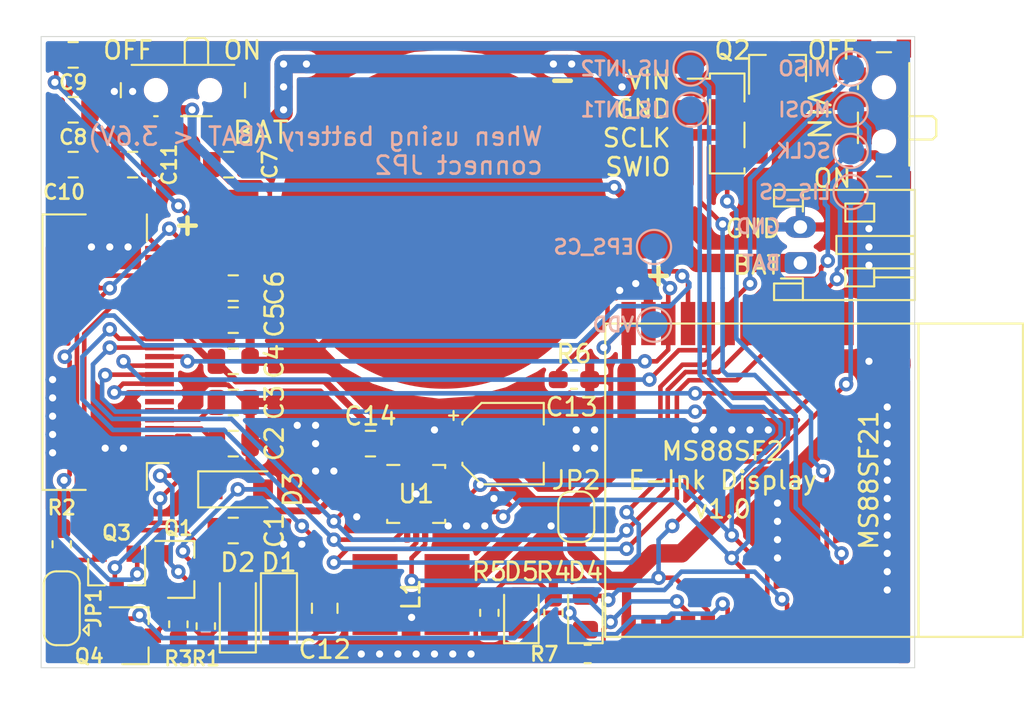
<source format=kicad_pcb>
(kicad_pcb (version 20171130) (host pcbnew "(5.1.6-0-10_14)")
  (layers (0 F.Cu signal) (31 B.Cu signal) (34 B.Paste user) (35 F.Paste user) (36 B.SilkS user) (37 F.SilkS user) (38 B.Mask user hide) (39 F.Mask user hide) (44 Edge.Cuts user))
  (net 0 "")
  (net 1 GND)
  (net 2 /VIN)
  (net 3 VDD)
  (net 4 "Net-(C2-Pad1)")
  (net 5 "Net-(C3-Pad1)")
  (net 6 "Net-(C5-Pad1)")
  (net 7 "Net-(C6-Pad1)")
  (net 8 "Net-(C7-Pad1)")
  (net 9 /PREVGH)
  (net 10 "Net-(C9-Pad1)")
  (net 11 /PREVGL)
  (net 12 "Net-(C11-Pad1)")
  (net 13 "Net-(C12-Pad2)")
  (net 14 "Net-(C12-Pad1)")
  (net 15 "Net-(D4-Pad2)")
  (net 16 "Net-(D4-Pad1)")
  (net 17 "Net-(J1-Pad1)")
  (net 18 /GDR)
  (net 19 /RESE)
  (net 20 "Net-(J1-Pad6)")
  (net 21 "Net-(J1-Pad7)")
  (net 22 /EPD_BUSY)
  (net 23 /EPD_RST)
  (net 24 /EPD_DC)
  (net 25 /EPD_CS)
  (net 26 /MOSI)
  (net 27 /SCLK)
  (net 28 /SWDIO)
  (net 29 /SWCLK)
  (net 30 "Net-(JP1-Pad3)")
  (net 31 "Net-(JP1-Pad1)")
  (net 32 /VDDH)
  (net 33 "Net-(MS88SF21-Pad28)")
  (net 34 "Net-(MS88SF21-Pad27)")
  (net 35 "Net-(MS88SF21-Pad24)")
  (net 36 "Net-(MS88SF21-Pad17)")
  (net 37 "Net-(MS88SF21-Pad16)")
  (net 38 "Net-(MS88SF21-Pad6)")
  (net 39 "Net-(MS88SF21-Pad3)")
  (net 40 "Net-(MS88SF21-Pad2)")
  (net 41 "Net-(Q2-Pad2)")
  (net 42 "Net-(SW1-Pad3)")
  (net 43 /LIS_INT1)
  (net 44 /LIS_INT2)
  (net 45 /LIS_CS)
  (net 46 /MISO)
  (net 47 "Net-(U1-Pad16)")
  (net 48 "Net-(U1-Pad15)")
  (net 49 "Net-(U1-Pad13)")
  (net 50 "Net-(U1-Pad3)")
  (net 51 "Net-(U1-Pad2)")
  (net 52 "Net-(D5-Pad2)")
  (net 53 "Net-(D5-Pad1)")
  (net 54 /BAT)
  (net 55 "Net-(SW2-Pad3)")
  (net 56 /RESE_CTL2)
  (net 57 /RESE_CTL1)
  (module jouni:FPC-24-0.50mm-top-contact (layer F.Cu) (at 129.54 98.044 270)
    (fp_text reference J1 hide)
    (fp_text value FPC24/0.5mm)
    (pad MP smd rect (at 7.8 0.4 270) (size 2.8 3) (layers F.Cu F.Paste F.Mask))
    (pad MP smd rect (at -7.8 0.4 270) (size 2.8 3) (layers F.Cu F.Paste F.Mask))
    (pad 1 smd rect (at 5.75 -2 270) (size 0.3 1.6) (layers F.Cu F.Paste F.Mask) (net 17 "Net-(J1-Pad1)"))
    (pad 2 smd rect (at 5.25 -2 270) (size 0.3 1.6) (layers F.Cu F.Paste F.Mask) (net 18 /GDR))
    (pad 3 smd rect (at 4.75 -2 270) (size 0.3 1.6) (layers F.Cu F.Paste F.Mask) (net 19 /RESE))
    (pad 4 smd rect (at 4.25 -2 270) (size 0.3 1.6) (layers F.Cu F.Paste F.Mask) (net 4 "Net-(C2-Pad1)"))
    (pad 5 smd rect (at 3.75 -2 270) (size 0.3 1.6) (layers F.Cu F.Paste F.Mask) (net 5 "Net-(C3-Pad1)"))
    (pad 6 smd rect (at 3.25 -2 270) (size 0.3 1.6) (layers F.Cu F.Paste F.Mask) (net 20 "Net-(J1-Pad6)"))
    (pad 7 smd rect (at 2.75 -2 270) (size 0.3 1.6) (layers F.Cu F.Paste F.Mask) (net 21 "Net-(J1-Pad7)"))
    (pad 8 smd rect (at 2.25 -2 270) (size 0.3 1.6) (layers F.Cu F.Paste F.Mask) (net 1 GND))
    (pad 9 smd rect (at 1.75 -2 270) (size 0.3 1.6) (layers F.Cu F.Paste F.Mask) (net 22 /EPD_BUSY))
    (pad 10 smd rect (at 1.25 -2 270) (size 0.3 1.6) (layers F.Cu F.Paste F.Mask) (net 23 /EPD_RST))
    (pad 11 smd rect (at 0.75 -2 270) (size 0.3 1.6) (layers F.Cu F.Paste F.Mask) (net 24 /EPD_DC))
    (pad 12 smd rect (at 0.25 -2 270) (size 0.3 1.6) (layers F.Cu F.Paste F.Mask) (net 25 /EPD_CS))
    (pad 14 smd rect (at -0.75 -2 270) (size 0.3 1.6) (layers F.Cu F.Paste F.Mask) (net 26 /MOSI))
    (pad 13 smd rect (at -0.25 -2 270) (size 0.3 1.6) (layers F.Cu F.Paste F.Mask) (net 27 /SCLK))
    (pad 15 smd rect (at -1.25 -2 270) (size 0.3 1.6) (layers F.Cu F.Paste F.Mask) (net 3 VDD))
    (pad 16 smd rect (at -1.75 -2 270) (size 0.3 1.6) (layers F.Cu F.Paste F.Mask) (net 3 VDD))
    (pad 17 smd rect (at -2.25 -2 270) (size 0.3 1.6) (layers F.Cu F.Paste F.Mask) (net 1 GND))
    (pad 18 smd rect (at -2.75 -2 270) (size 0.3 1.6) (layers F.Cu F.Paste F.Mask) (net 6 "Net-(C5-Pad1)"))
    (pad 19 smd rect (at -3.25 -2 270) (size 0.3 1.6) (layers F.Cu F.Paste F.Mask) (net 7 "Net-(C6-Pad1)"))
    (pad 20 smd rect (at -3.75 -2 270) (size 0.3 1.6) (layers F.Cu F.Paste F.Mask) (net 8 "Net-(C7-Pad1)"))
    (pad 21 smd rect (at -4.25 -2 270) (size 0.3 1.6) (layers F.Cu F.Paste F.Mask) (net 9 /PREVGH))
    (pad 22 smd rect (at -4.75 -2 270) (size 0.3 1.6) (layers F.Cu F.Paste F.Mask) (net 10 "Net-(C9-Pad1)"))
    (pad 23 smd rect (at -5.25 -2 270) (size 0.3 1.6) (layers F.Cu F.Paste F.Mask) (net 11 /PREVGL))
    (pad 24 smd rect (at -5.75 -2 270) (size 0.3 1.6) (layers F.Cu F.Paste F.Mask) (net 12 "Net-(C11-Pad1)"))
  )
  (module Resistor_SMD:R_0603_1608Metric (layer F.Cu) (at 132.588 113.157 90)
    (fp_text reference R3 (at -1.905 0 180) (layer F.SilkS) (effects (font (size 0.8 0.8))))
    (fp_text value 0.47R)
    (pad 2 smd roundrect (at 0.7875 0 90) (size 0.875 0.95) (layers F.Cu F.Paste F.Mask) (net 1 GND))
    (pad 1 smd roundrect (at -0.7875 0 90) (size 0.875 0.95) (layers F.Cu F.Paste F.Mask) (net 31 "Net-(JP1-Pad1)"))
  )
  (module Resistor_SMD:R_0603_1608Metric (layer F.Cu) (at 134.112 113.2585 270)
    (fp_text reference R1 (at 1.8035 0 180) (layer F.SilkS) (effects (font (size 0.8 0.8))))
    (fp_text value 10k)
    (pad 2 smd roundrect (at 0.7875 0 270) (size 0.875 0.95) (layers F.Cu F.Paste F.Mask) (net 1 GND))
    (pad 1 smd roundrect (at -0.7875 0 270) (size 0.875 0.95) (layers F.Cu F.Paste F.Mask) (net 18 /GDR))
  )
  (module Resistor_SMD:R_0603_1608Metric_Pad1.05x0.95mm_HandSolder (layer F.Cu) (at 155.321 114.808 180)
    (fp_text reference R7 (at 2.413 0) (layer F.SilkS) (effects (font (size 0.8 0.8))))
    (fp_text value 100k)
    (pad 2 smd roundrect (at 0.875 0 180) (size 1.05 0.95) (layers F.Cu F.Paste F.Mask) (net 1 GND))
    (pad 1 smd roundrect (at -0.875 0 180) (size 1.05 0.95) (layers F.Cu F.Paste F.Mask) (net 56 /RESE_CTL2))
  )
  (module Resistor_SMD:R_0603_1608Metric_Pad1.05x0.95mm_HandSolder (layer F.Cu) (at 154.559 99.568)
    (fp_text reference R6 (at 0 -1.43) (layer F.SilkS))
    (fp_text value 100k)
    (pad 2 smd roundrect (at 0.875 0) (size 1.05 0.95) (layers F.Cu F.Paste F.Mask) (net 1 GND))
    (pad 1 smd roundrect (at -0.875 0) (size 1.05 0.95) (layers F.Cu F.Paste F.Mask) (net 57 /RESE_CTL1))
  )
  (module Package_TO_SOT_SMD:SOT-23 (layer F.Cu) (at 130.175 113.792)
    (fp_text reference Q4 (at -2.54 1.143 180) (layer F.SilkS) (effects (font (size 0.8 0.8))))
    (fp_text value AO3400A)
    (pad 3 smd rect (at 1 0) (size 0.9 0.8) (layers F.Cu F.Paste F.Mask) (net 19 /RESE))
    (pad 2 smd rect (at -1 0.95) (size 0.9 0.8) (layers F.Cu F.Paste F.Mask) (net 31 "Net-(JP1-Pad1)"))
    (pad 1 smd rect (at -1 -0.95) (size 0.9 0.8) (layers F.Cu F.Paste F.Mask) (net 56 /RESE_CTL2))
  )
  (module Package_TO_SOT_SMD:SOT-23 (layer F.Cu) (at 129.159 110.236 270)
    (fp_text reference Q3 (at -2.159 0 180) (layer F.SilkS) (effects (font (size 0.8 0.8))))
    (fp_text value AO3400A)
    (pad 3 smd rect (at 1 0 270) (size 0.9 0.8) (layers F.Cu F.Paste F.Mask) (net 19 /RESE))
    (pad 2 smd rect (at -1 0.95 270) (size 0.9 0.8) (layers F.Cu F.Paste F.Mask) (net 30 "Net-(JP1-Pad3)"))
    (pad 1 smd rect (at -1 -0.95 270) (size 0.9 0.8) (layers F.Cu F.Paste F.Mask) (net 57 /RESE_CTL1))
  )
  (module Connector_PinSocket_1.27mm:PinSocket_1x04_P1.27mm_Vertical_SMD_Pin1Left (layer F.Cu) (at 163.068 85.344)
    (fp_text reference J3 hide)
    (fp_text value Conn_01x04)
    (pad 4 smd rect (at 1.35 1.905) (size 1.8 0.65) (layers F.Cu F.Paste F.Mask) (net 28 /SWDIO))
    (pad 2 smd rect (at 1.35 -0.635) (size 1.8 0.65) (layers F.Cu F.Paste F.Mask) (net 1 GND))
    (pad 3 smd rect (at -1.35 0.635) (size 1.8 0.65) (layers F.Cu F.Paste F.Mask) (net 29 /SWCLK))
    (pad 1 smd rect (at -1.35 -1.905) (size 1.8 0.65) (layers F.Cu F.Paste F.Mask) (net 2 /VIN))
  )
  (module Connector_JST:JST_PH_S2B-PH-K_1x02_P2.00mm_Horizontal (layer F.Cu) (at 167.132 93.091 90)
    (fp_text reference J2 hide)
    (fp_text value Conn_01x02)
    (pad 2 thru_hole oval (at 2 0 90) (size 1.2 1.75) (drill 0.75) (layers *.Cu *.Mask) (net 1 GND))
    (pad 1 thru_hole roundrect (at 0 0 90) (size 1.2 1.75) (drill 0.75) (layers *.Cu *.Mask) (roundrect_rratio 0.208333) (net 54 /BAT))
  )
  (module Button_Switch_SMD:SW_SPDT_PCM12 (layer F.Cu) (at 132.842 83.82 180)
    (fp_text reference SW2 hide)
    (fp_text value SW_SPDT)
    (pad "" smd rect (at -3.65 -0.78 180) (size 1 0.8) (layers F.Cu F.Paste F.Mask))
    (pad "" smd rect (at 3.65 -0.78 180) (size 1 0.8) (layers F.Cu F.Paste F.Mask))
    (pad "" smd rect (at 3.65 1.43 180) (size 1 0.8) (layers F.Cu F.Paste F.Mask))
    (pad "" smd rect (at -3.65 1.43 180) (size 1 0.8) (layers F.Cu F.Paste F.Mask))
    (pad 3 smd rect (at 2.25 -1.43 180) (size 0.7 1.5) (layers F.Cu F.Paste F.Mask) (net 55 "Net-(SW2-Pad3)"))
    (pad 2 smd rect (at 0.75 -1.43 180) (size 0.7 1.5) (layers F.Cu F.Paste F.Mask) (net 54 /BAT))
    (pad 1 smd rect (at -2.25 -1.43 180) (size 0.7 1.5) (layers F.Cu F.Paste F.Mask) (net 2 /VIN))
    (pad "" np_thru_hole circle (at 1.5 0.33 180) (size 0.9 0.9) (drill 0.9) (layers *.Cu *.Mask))
    (pad "" np_thru_hole circle (at -1.5 0.33 180) (size 0.9 0.9) (drill 0.9) (layers *.Cu *.Mask))
  )
  (module TestPoint:TestPoint_Pad_D1.5mm (layer B.Cu) (at 159.004 96.52)
    (fp_text reference TP8 hide)
    (fp_text value TestPoint)
    (pad 1 smd circle (at 0 0) (size 1.5 1.5) (layers B.Cu B.Mask) (net 3 VDD))
  )
  (module TestPoint:TestPoint_Pad_D1.5mm (layer B.Cu) (at 161.036 82.296)
    (fp_text reference TP7 hide)
    (fp_text value TestPoint)
    (pad 1 smd circle (at 0 0) (size 1.5 1.5) (layers B.Cu B.Mask) (net 44 /LIS_INT2))
  )
  (module TestPoint:TestPoint_Pad_D1.5mm (layer B.Cu) (at 161.036 84.582)
    (fp_text reference TP6 hide)
    (fp_text value TestPoint)
    (pad 1 smd circle (at 0 0) (size 1.5 1.5) (layers B.Cu B.Mask) (net 43 /LIS_INT1))
  )
  (module TestPoint:TestPoint_Pad_D1.5mm (layer B.Cu) (at 159.004 92.202)
    (fp_text reference TP5 hide)
    (fp_text value TestPoint)
    (pad 1 smd circle (at 0 0) (size 1.5 1.5) (layers B.Cu B.Mask) (net 25 /EPD_CS))
  )
  (module TestPoint:TestPoint_Pad_D1.5mm (layer B.Cu) (at 169.926 89.154)
    (fp_text reference TP4 hide)
    (fp_text value TestPoint)
    (pad 1 smd circle (at 0 0) (size 1.5 1.5) (layers B.Cu B.Mask) (net 45 /LIS_CS))
  )
  (module TestPoint:TestPoint_Pad_D1.5mm (layer B.Cu) (at 169.926 86.868)
    (fp_text reference TP3 hide)
    (fp_text value TestPoint)
    (pad 1 smd circle (at 0 0) (size 1.5 1.5) (layers B.Cu B.Mask) (net 27 /SCLK))
  )
  (module TestPoint:TestPoint_Pad_D1.5mm (layer B.Cu) (at 169.926 84.582)
    (fp_text reference TP2 hide)
    (fp_text value TestPoint)
    (pad 1 smd circle (at 0 0) (size 1.5 1.5) (layers B.Cu B.Mask) (net 26 /MOSI))
  )
  (module TestPoint:TestPoint_Pad_D1.5mm (layer B.Cu) (at 169.926 82.296)
    (fp_text reference TP1 hide)
    (fp_text value TestPoint)
    (pad 1 smd circle (at 0 0) (size 1.5 1.5) (layers B.Cu B.Mask) (net 46 /MISO))
  )
  (module Resistor_SMD:R_0603_1608Metric_Pad1.05x0.95mm_HandSolder (layer F.Cu) (at 149.86 112.522 90)
    (fp_text reference R5 (at 2.286 0 180) (layer F.SilkS))
    (fp_text value 10k)
    (pad 2 smd roundrect (at 0.875 0 90) (size 1.05 0.95) (layers F.Cu F.Paste F.Mask) (net 1 GND))
    (pad 1 smd roundrect (at -0.875 0 90) (size 1.05 0.95) (layers F.Cu F.Paste F.Mask) (net 53 "Net-(D5-Pad1)"))
  )
  (module LED_SMD:LED_0805_2012Metric (layer F.Cu) (at 151.638 112.522 90)
    (fp_text reference D5 (at 2.286 0 180) (layer F.SilkS))
    (fp_text value LED)
    (pad 2 smd roundrect (at 0.9375 0 90) (size 0.975 1.4) (layers F.Cu F.Paste F.Mask) (net 52 "Net-(D5-Pad2)"))
    (pad 1 smd roundrect (at -0.9375 0 90) (size 0.975 1.4) (layers F.Cu F.Paste F.Mask) (net 53 "Net-(D5-Pad1)"))
  )
  (module jouni:LGA-16_3x3mm_P0.5mm_3x5_hand_solder (layer F.Cu) (at 145.796 105.918)
    (fp_text reference U1 (at 0 0) (layer F.SilkS))
    (fp_text value LIS3DH)
    (pad 16 smd roundrect (at -0.5 -1.825) (size 0.35 1.75) (layers F.Cu F.Paste F.Mask) (net 47 "Net-(U1-Pad16)"))
    (pad 15 smd roundrect (at 0 -1.825) (size 0.35 1.75) (layers F.Cu F.Paste F.Mask) (net 48 "Net-(U1-Pad15)"))
    (pad 14 smd roundrect (at 0.5 -1.825) (size 0.35 1.75) (layers F.Cu F.Paste F.Mask) (net 3 VDD))
    (pad 13 smd roundrect (at 1.825 -1) (size 1.75 0.35) (layers F.Cu F.Paste F.Mask) (net 49 "Net-(U1-Pad13)"))
    (pad 12 smd roundrect (at 1.825 -0.5) (size 1.75 0.35) (layers F.Cu F.Paste F.Mask) (net 1 GND))
    (pad 11 smd roundrect (at 1.825 0) (size 1.75 0.35) (layers F.Cu F.Paste F.Mask) (net 43 /LIS_INT1))
    (pad 10 smd roundrect (at 1.825 0.5) (size 1.75 0.35) (layers F.Cu F.Paste F.Mask) (net 1 GND))
    (pad 9 smd roundrect (at 1.83 1) (size 1.75 0.35) (layers F.Cu F.Paste F.Mask) (net 44 /LIS_INT2))
    (pad 8 smd roundrect (at 0.5 1.825) (size 0.35 1.75) (layers F.Cu F.Paste F.Mask) (net 45 /LIS_CS))
    (pad 7 smd roundrect (at 0 1.825) (size 0.35 1.75) (layers F.Cu F.Paste F.Mask) (net 46 /MISO))
    (pad 6 smd roundrect (at -0.5 1.83) (size 0.35 1.75) (layers F.Cu F.Paste F.Mask) (net 26 /MOSI))
    (pad 5 smd roundrect (at -1.8 1) (size 1.75 0.35) (layers F.Cu F.Paste F.Mask) (net 1 GND))
    (pad 4 smd roundrect (at -1.8 0.5) (size 1.75 0.35) (layers F.Cu F.Paste F.Mask) (net 27 /SCLK))
    (pad 3 smd roundrect (at -1.8 0) (size 1.75 0.35) (layers F.Cu F.Paste F.Mask) (net 50 "Net-(U1-Pad3)"))
    (pad 2 smd roundrect (at -1.8 -0.5) (size 1.75 0.35) (layers F.Cu F.Paste F.Mask) (net 51 "Net-(U1-Pad2)"))
    (pad 1 smd roundrect (at -1.8 -1) (size 1.75 0.35) (layers F.Cu F.Paste F.Mask) (net 3 VDD))
  )
  (module Capacitor_SMD:C_0805_2012Metric (layer F.Cu) (at 143.256 103.124 180)
    (fp_text reference C14 (at 0 1.524) (layer F.SilkS))
    (fp_text value 100nF)
    (pad 2 smd roundrect (at 0.9375 0 180) (size 0.975 1.4) (layers F.Cu F.Paste F.Mask) (net 1 GND))
    (pad 1 smd roundrect (at -0.9375 0 180) (size 0.975 1.4) (layers F.Cu F.Paste F.Mask) (net 3 VDD))
  )
  (module Capacitor_SMD:CP_Elec_4x5.3 (layer F.Cu) (at 150.622 103.124)
    (fp_text reference C13 (at 3.81 -2.032) (layer F.SilkS))
    (fp_text value 10uF)
    (pad 2 smd roundrect (at 1.8 0) (size 2.6 1.6) (layers F.Cu F.Paste F.Mask) (roundrect_rratio 0.15625) (net 1 GND))
    (pad 1 smd roundrect (at -1.8 0) (size 2.6 1.6) (layers F.Cu F.Paste F.Mask) (roundrect_rratio 0.15625) (net 3 VDD))
  )
  (module Button_Switch_SMD:SW_SPDT_PCM12 (layer F.Cu) (at 171.45 84.836 90)
    (fp_text reference SW1 hide)
    (fp_text value SW_SPDT)
    (pad "" smd rect (at -3.65 -0.78 90) (size 1 0.8) (layers F.Cu F.Paste F.Mask))
    (pad "" smd rect (at 3.65 -0.78 90) (size 1 0.8) (layers F.Cu F.Paste F.Mask))
    (pad "" smd rect (at 3.65 1.43 90) (size 1 0.8) (layers F.Cu F.Paste F.Mask))
    (pad "" smd rect (at -3.65 1.43 90) (size 1 0.8) (layers F.Cu F.Paste F.Mask))
    (pad 3 smd rect (at 2.25 -1.43 90) (size 0.7 1.5) (layers F.Cu F.Paste F.Mask) (net 42 "Net-(SW1-Pad3)"))
    (pad 2 smd rect (at 0.75 -1.43 90) (size 0.7 1.5) (layers F.Cu F.Paste F.Mask) (net 41 "Net-(Q2-Pad2)"))
    (pad 1 smd rect (at -2.25 -1.43 90) (size 0.7 1.5) (layers F.Cu F.Paste F.Mask) (net 32 /VDDH))
    (pad "" np_thru_hole circle (at 1.5 0.33 90) (size 0.9 0.9) (drill 0.9) (layers *.Cu *.Mask))
    (pad "" np_thru_hole circle (at -1.5 0.33 90) (size 0.9 0.9) (drill 0.9) (layers *.Cu *.Mask))
  )
  (module Resistor_SMD:R_0603_1608Metric_Pad1.05x0.95mm_HandSolder (layer F.Cu) (at 153.416 112.522 90)
    (fp_text reference R4 (at 2.286 0 180) (layer F.SilkS))
    (fp_text value 10k)
    (pad 2 smd roundrect (at 0.875 0 90) (size 1.05 0.95) (layers F.Cu F.Paste F.Mask) (net 1 GND))
    (pad 1 smd roundrect (at -0.875 0 90) (size 1.05 0.95) (layers F.Cu F.Paste F.Mask) (net 16 "Net-(D4-Pad1)"))
  )
  (module Resistor_SMD:R_0603_1608Metric_Pad1.05x0.95mm_HandSolder (layer F.Cu) (at 126.111 108.712 90)
    (fp_text reference R2 (at 2.032 0 180) (layer F.SilkS) (effects (font (size 0.8 0.8))))
    (fp_text value 3R)
    (pad 2 smd roundrect (at 0.875 0 90) (size 1.05 0.95) (layers F.Cu F.Paste F.Mask) (net 1 GND))
    (pad 1 smd roundrect (at -0.875 0 90) (size 1.05 0.95) (layers F.Cu F.Paste F.Mask) (net 30 "Net-(JP1-Pad3)"))
  )
  (module Package_TO_SOT_SMD:SOT-23 (layer F.Cu) (at 165.862 82.296 90)
    (fp_text reference Q2 (at 1.016 -2.5 180) (layer F.SilkS))
    (fp_text value AO3415)
    (pad 3 smd rect (at 1 0 90) (size 0.9 0.8) (layers F.Cu F.Paste F.Mask) (net 2 /VIN))
    (pad 2 smd rect (at -1 0.95 90) (size 0.9 0.8) (layers F.Cu F.Paste F.Mask) (net 41 "Net-(Q2-Pad2)"))
    (pad 1 smd rect (at -1 -0.95 90) (size 0.9 0.8) (layers F.Cu F.Paste F.Mask) (net 1 GND))
  )
  (module Package_TO_SOT_SMD:SOT-23 (layer F.Cu) (at 132.715 110.109)
    (fp_text reference Q1 (at -0.127 -2.286) (layer F.SilkS) (effects (font (size 0.8 0.8))))
    (fp_text value AO3400A)
    (pad 3 smd rect (at 1 0) (size 0.9 0.8) (layers F.Cu F.Paste F.Mask) (net 13 "Net-(C12-Pad2)"))
    (pad 2 smd rect (at -1 0.95) (size 0.9 0.8) (layers F.Cu F.Paste F.Mask) (net 19 /RESE))
    (pad 1 smd rect (at -1 -0.95) (size 0.9 0.8) (layers F.Cu F.Paste F.Mask) (net 18 /GDR))
  )
  (module jouni:MS88SF2 (layer F.Cu) (at 167.894 105.156 270)
    (fp_text reference MS88SF21 (at 0 -3.048 90) (layer F.SilkS))
    (fp_text value MS88SF2)
    (pad 28 smd rect (at 8.7 -4 270) (size 2.4 0.8) (layers F.Cu F.Paste F.Mask) (net 33 "Net-(MS88SF21-Pad28)"))
    (pad 27 smd rect (at 8.7 -2.9 270) (size 2.4 0.8) (layers F.Cu F.Paste F.Mask) (net 34 "Net-(MS88SF21-Pad27)"))
    (pad 26 smd rect (at 8.7 -1.8 270) (size 2.4 0.8) (layers F.Cu F.Paste F.Mask) (net 29 /SWCLK))
    (pad 25 smd rect (at 8.7 -0.7 270) (size 2.4 0.8) (layers F.Cu F.Paste F.Mask) (net 28 /SWDIO))
    (pad 24 smd rect (at 8.7 0.4 270) (size 2.4 0.8) (layers F.Cu F.Paste F.Mask) (net 35 "Net-(MS88SF21-Pad24)"))
    (pad 23 smd rect (at 8.7 1.5 270) (size 2.4 0.8) (layers F.Cu F.Paste F.Mask) (net 15 "Net-(D4-Pad2)"))
    (pad 22 smd rect (at 8.7 2.6 270) (size 2.4 0.8) (layers F.Cu F.Paste F.Mask) (net 43 /LIS_INT1))
    (pad 21 smd rect (at 8.7 3.7 270) (size 2.4 0.8) (layers F.Cu F.Paste F.Mask) (net 44 /LIS_INT2))
    (pad 20 smd rect (at 8.7 4.8 270) (size 2.4 0.8) (layers F.Cu F.Paste F.Mask) (net 52 "Net-(D5-Pad2)"))
    (pad 19 smd rect (at 8.7 5.9 270) (size 2.4 0.8) (layers F.Cu F.Paste F.Mask) (net 45 /LIS_CS))
    (pad 18 smd rect (at 8.7 7 270) (size 2.4 0.8) (layers F.Cu F.Paste F.Mask) (net 56 /RESE_CTL2))
    (pad 17 smd rect (at 8.7 8.1 270) (size 2.4 0.8) (layers F.Cu F.Paste F.Mask) (net 36 "Net-(MS88SF21-Pad17)"))
    (pad 16 smd rect (at 8.7 9.2 270) (size 2.4 0.8) (layers F.Cu F.Paste F.Mask) (net 37 "Net-(MS88SF21-Pad16)"))
    (pad 15 smd rect (at 8.7 10.3 270) (size 2.4 0.8) (layers F.Cu F.Paste F.Mask) (net 32 /VDDH))
    (pad 14 smd rect (at -8.7 10.3 270) (size 2.4 0.8) (layers F.Cu F.Paste F.Mask) (net 3 VDD))
    (pad 13 smd rect (at -8.7 9.2 270) (size 2.4 0.8) (layers F.Cu F.Paste F.Mask) (net 1 GND))
    (pad 12 smd rect (at -8.7 8.1 270) (size 2.4 0.8) (layers F.Cu F.Paste F.Mask) (net 25 /EPD_CS))
    (pad 11 smd rect (at -8.7 7 270) (size 2.4 0.8) (layers F.Cu F.Paste F.Mask) (net 57 /RESE_CTL1))
    (pad 10 smd rect (at -8.7 5.9 270) (size 2.4 0.8) (layers F.Cu F.Paste F.Mask) (net 24 /EPD_DC))
    (pad 9 smd rect (at -8.7 4.8 270) (size 2.4 0.8) (layers F.Cu F.Paste F.Mask) (net 46 /MISO))
    (pad 8 smd rect (at -8.7 3.7 270) (size 2.4 0.8) (layers F.Cu F.Paste F.Mask) (net 27 /SCLK))
    (pad 7 smd rect (at -8.7 2.6 270) (size 2.4 0.8) (layers F.Cu F.Paste F.Mask) (net 26 /MOSI))
    (pad 6 smd rect (at -8.7 1.5 270) (size 2.4 0.8) (layers F.Cu F.Paste F.Mask) (net 38 "Net-(MS88SF21-Pad6)"))
    (pad 5 smd rect (at -8.7 0.4 270) (size 2.4 0.8) (layers F.Cu F.Paste F.Mask) (net 22 /EPD_BUSY))
    (pad 4 smd rect (at -8.7 -0.7 270) (size 2.4 0.8) (layers F.Cu F.Paste F.Mask) (net 23 /EPD_RST))
    (pad 3 smd rect (at -8.7 -1.8 270) (size 2.4 0.8) (layers F.Cu F.Paste F.Mask) (net 39 "Net-(MS88SF21-Pad3)"))
    (pad 2 smd rect (at -8.7 -2.9 270) (size 2.4 0.8) (layers F.Cu F.Paste F.Mask) (net 40 "Net-(MS88SF21-Pad2)"))
    (pad 1 smd rect (at -8.7 -4 270) (size 2.4 0.8) (layers F.Cu F.Paste F.Mask) (net 1 GND))
  )
  (module jouni:CD43 (layer F.Cu) (at 145.51 111.506 270)
    (fp_text reference L1 (at 0 0 90) (layer F.SilkS))
    (fp_text value 68uH)
    (pad 1 smd rect (at 0 -2 270) (size 4.5 2.5) (layers F.Cu F.Paste F.Mask) (net 3 VDD))
    (pad 2 smd rect (at 0 2 270) (size 4.5 2.5) (layers F.Cu F.Paste F.Mask) (net 13 "Net-(C12-Pad2)"))
  )
  (module Jumper:SolderJumper-2_P1.3mm_Open_RoundedPad1.0x1.5mm (layer F.Cu) (at 154.686 107.188 90)
    (fp_text reference JP2 (at 2.032 0 180) (layer F.SilkS))
    (fp_text value SolderJumper_2_Open)
    (pad 2 smd custom (at 0.65 0 90) (size 1 0.5) (layers F.Cu F.Mask) (net 3 VDD) (options (clearance outline) (anchor rect)) (primitives (gr_circle (center 0 0.25) (end 0.5 0.25) (width 0)) (gr_circle (center 0 -0.25) (end 0.5 -0.25) (width 0)) (gr_poly (pts (xy 0 -0.75) (xy -0.5 -0.75) (xy -0.5 0.75) (xy 0 0.75)) (width 0))))
    (pad 1 smd custom (at -0.65 0 90) (size 1 0.5) (layers F.Cu F.Mask) (net 32 /VDDH) (options (clearance outline) (anchor rect)) (primitives (gr_circle (center 0 0.25) (end 0.5 0.25) (width 0)) (gr_circle (center 0 -0.25) (end 0.5 -0.25) (width 0)) (gr_poly (pts (xy 0 -0.75) (xy 0.5 -0.75) (xy 0.5 0.75) (xy 0 0.75)) (width 0))))
  )
  (module Jumper:SolderJumper-3_P1.3mm_Open_RoundedPad1.0x1.5mm (layer F.Cu) (at 126.111 112.268 90)
    (fp_text reference JP1 (at 0 1.778 270) (layer F.SilkS) (effects (font (size 0.8 0.8))))
    (fp_text value SolderJumper)
    (pad 2 smd rect (at 0 0 90) (size 1 1.5) (layers F.Cu F.Mask) (net 19 /RESE))
    (pad 3 smd custom (at 1.3 0 90) (size 1 0.5) (layers F.Cu F.Mask) (net 30 "Net-(JP1-Pad3)") (options (clearance outline) (anchor rect)) (primitives (gr_circle (center 0 0.25) (end 0.5 0.25) (width 0)) (gr_circle (center 0 -0.25) (end 0.5 -0.25) (width 0)) (gr_poly (pts (xy -0.55 -0.75) (xy 0 -0.75) (xy 0 0.75) (xy -0.55 0.75)) (width 0))))
    (pad 1 smd custom (at -1.3 0 90) (size 1 0.5) (layers F.Cu F.Mask) (net 31 "Net-(JP1-Pad1)") (options (clearance outline) (anchor rect)) (primitives (gr_circle (center 0 0.25) (end 0.5 0.25) (width 0)) (gr_circle (center 0 -0.25) (end 0.5 -0.25) (width 0)) (gr_poly (pts (xy 0.55 -0.75) (xy 0 -0.75) (xy 0 0.75) (xy 0.55 0.75)) (width 0))))
  )
  (module LED_SMD:LED_0805_2012Metric (layer F.Cu) (at 155.194 112.522 90)
    (fp_text reference D4 (at 2.286 0 180) (layer F.SilkS))
    (fp_text value LED)
    (pad 2 smd roundrect (at 0.9375 0 90) (size 0.975 1.4) (layers F.Cu F.Paste F.Mask) (net 15 "Net-(D4-Pad2)"))
    (pad 1 smd roundrect (at -0.9375 0 90) (size 0.975 1.4) (layers F.Cu F.Paste F.Mask) (net 16 "Net-(D4-Pad1)"))
  )
  (module Diode_SMD:D_SOD-123F (layer F.Cu) (at 135.89 105.664)
    (fp_text reference D3 (at 3.048 0 90) (layer F.SilkS))
    (fp_text value MBR0530)
    (pad 2 smd rect (at 1.4 0) (size 1.1 1.1) (layers F.Cu F.Paste F.Mask) (net 13 "Net-(C12-Pad2)"))
    (pad 1 smd rect (at -1.4 0) (size 1.1 1.1) (layers F.Cu F.Paste F.Mask) (net 9 /PREVGH))
  )
  (module Diode_SMD:D_SOD-123F (layer F.Cu) (at 135.89 112.522 90)
    (fp_text reference D2 (at 2.794 0 180) (layer F.SilkS))
    (fp_text value MBR0530)
    (pad 2 smd rect (at 1.4 0 90) (size 1.1 1.1) (layers F.Cu F.Paste F.Mask) (net 11 /PREVGL))
    (pad 1 smd rect (at -1.4 0 90) (size 1.1 1.1) (layers F.Cu F.Paste F.Mask) (net 14 "Net-(C12-Pad1)"))
  )
  (module Diode_SMD:D_SOD-123F (layer F.Cu) (at 138.176 112.522 270)
    (fp_text reference D1 (at -2.794 0 180) (layer F.SilkS))
    (fp_text value MBR0530)
    (pad 2 smd rect (at 1.4 0 270) (size 1.1 1.1) (layers F.Cu F.Paste F.Mask) (net 14 "Net-(C12-Pad1)"))
    (pad 1 smd rect (at -1.4 0 270) (size 1.1 1.1) (layers F.Cu F.Paste F.Mask) (net 1 GND))
  )
  (module Capacitor_SMD:C_0805_2012Metric (layer F.Cu) (at 140.716 112.268 90)
    (fp_text reference C12 (at -2.286 0 180) (layer F.SilkS))
    (fp_text value 4.7uF)
    (pad 2 smd roundrect (at 0.9375 0 90) (size 0.975 1.4) (layers F.Cu F.Paste F.Mask) (net 13 "Net-(C12-Pad2)"))
    (pad 1 smd roundrect (at -0.9375 0 90) (size 0.975 1.4) (layers F.Cu F.Paste F.Mask) (net 14 "Net-(C12-Pad1)"))
  )
  (module Capacitor_SMD:C_0805_2012Metric (layer F.Cu) (at 130.048 87.63 180)
    (fp_text reference C11 (at -2.032 0 270) (layer F.SilkS) (effects (font (size 0.8 0.8))))
    (fp_text value 1uF)
    (pad 2 smd roundrect (at 0.9375 0 180) (size 0.975 1.4) (layers F.Cu F.Paste F.Mask) (net 1 GND))
    (pad 1 smd roundrect (at -0.9375 0 180) (size 0.975 1.4) (layers F.Cu F.Paste F.Mask) (net 12 "Net-(C11-Pad1)"))
  )
  (module Capacitor_SMD:C_0805_2012Metric (layer F.Cu) (at 126.746 87.63)
    (fp_text reference C10 (at -0.508 1.524) (layer F.SilkS) (effects (font (size 0.8 0.8))))
    (fp_text value 1uF)
    (pad 2 smd roundrect (at 0.9375 0) (size 0.975 1.4) (layers F.Cu F.Paste F.Mask) (net 1 GND))
    (pad 1 smd roundrect (at -0.9375 0) (size 0.975 1.4) (layers F.Cu F.Paste F.Mask) (net 11 /PREVGL))
  )
  (module Capacitor_SMD:C_0805_2012Metric (layer F.Cu) (at 126.746 81.534)
    (fp_text reference C9 (at 0 1.524) (layer F.SilkS) (effects (font (size 0.8 0.8))))
    (fp_text value 1uF)
    (pad 2 smd roundrect (at 0.9375 0) (size 0.975 1.4) (layers F.Cu F.Paste F.Mask) (net 1 GND))
    (pad 1 smd roundrect (at -0.9375 0) (size 0.975 1.4) (layers F.Cu F.Paste F.Mask) (net 10 "Net-(C9-Pad1)"))
  )
  (module Capacitor_SMD:C_0805_2012Metric (layer F.Cu) (at 126.746 84.582)
    (fp_text reference C8 (at 0 1.524) (layer F.SilkS) (effects (font (size 0.8 0.8))))
    (fp_text value 1uF)
    (pad 2 smd roundrect (at 0.9375 0) (size 0.975 1.4) (layers F.Cu F.Paste F.Mask) (net 1 GND))
    (pad 1 smd roundrect (at -0.9375 0) (size 0.975 1.4) (layers F.Cu F.Paste F.Mask) (net 9 /PREVGH))
  )
  (module Capacitor_SMD:C_0805_2012Metric (layer F.Cu) (at 135.382 87.63)
    (fp_text reference C7 (at 2.286 0 270) (layer F.SilkS) (effects (font (size 0.8 0.8))))
    (fp_text value 1uF)
    (pad 2 smd roundrect (at 0.9375 0) (size 0.975 1.4) (layers F.Cu F.Paste F.Mask) (net 1 GND))
    (pad 1 smd roundrect (at -0.9375 0) (size 0.975 1.4) (layers F.Cu F.Paste F.Mask) (net 8 "Net-(C7-Pad1)"))
  )
  (module Capacitor_SMD:C_0805_2012Metric (layer F.Cu) (at 135.636 94.488)
    (fp_text reference C6 (at 2.286 0 90) (layer F.SilkS))
    (fp_text value 1uF)
    (pad 2 smd roundrect (at 0.9375 0) (size 0.975 1.4) (layers F.Cu F.Paste F.Mask) (net 1 GND))
    (pad 1 smd roundrect (at -0.9375 0) (size 0.975 1.4) (layers F.Cu F.Paste F.Mask) (net 7 "Net-(C6-Pad1)"))
  )
  (module Capacitor_SMD:C_0805_2012Metric (layer F.Cu) (at 135.636 96.266)
    (fp_text reference C5 (at 2.286 0 90) (layer F.SilkS))
    (fp_text value 1uF)
    (pad 2 smd roundrect (at 0.9375 0) (size 0.975 1.4) (layers F.Cu F.Paste F.Mask) (net 1 GND))
    (pad 1 smd roundrect (at -0.9375 0) (size 0.975 1.4) (layers F.Cu F.Paste F.Mask) (net 6 "Net-(C5-Pad1)"))
  )
  (module Capacitor_SMD:C_0805_2012Metric (layer F.Cu) (at 135.636 98.552)
    (fp_text reference C4 (at 2.286 0 90) (layer F.SilkS))
    (fp_text value 1uF)
    (pad 2 smd roundrect (at 0.9375 0) (size 0.975 1.4) (layers F.Cu F.Paste F.Mask) (net 1 GND))
    (pad 1 smd roundrect (at -0.9375 0) (size 0.975 1.4) (layers F.Cu F.Paste F.Mask) (net 3 VDD))
  )
  (module Capacitor_SMD:C_0805_2012Metric (layer F.Cu) (at 135.636 100.838)
    (fp_text reference C3 (at 2.286 0 90) (layer F.SilkS))
    (fp_text value 1uF)
    (pad 2 smd roundrect (at 0.9375 0) (size 0.975 1.4) (layers F.Cu F.Paste F.Mask) (net 1 GND))
    (pad 1 smd roundrect (at -0.9375 0) (size 0.975 1.4) (layers F.Cu F.Paste F.Mask) (net 5 "Net-(C3-Pad1)"))
  )
  (module Capacitor_SMD:C_0805_2012Metric (layer F.Cu) (at 135.636 103.124)
    (fp_text reference C2 (at 2.286 0 90) (layer F.SilkS))
    (fp_text value 1uF)
    (pad 2 smd roundrect (at 0.9375 0) (size 0.975 1.4) (layers F.Cu F.Paste F.Mask) (net 1 GND))
    (pad 1 smd roundrect (at -0.9375 0) (size 0.975 1.4) (layers F.Cu F.Paste F.Mask) (net 4 "Net-(C2-Pad1)"))
  )
  (module Capacitor_SMD:C_0805_2012Metric (layer F.Cu) (at 135.636 107.95)
    (fp_text reference C1 (at 2.286 0 90) (layer F.SilkS))
    (fp_text value 4.7uF)
    (pad 2 smd roundrect (at 0.9375 0) (size 0.975 1.4) (layers F.Cu F.Paste F.Mask) (net 1 GND))
    (pad 1 smd roundrect (at -0.9375 0) (size 0.975 1.4) (layers F.Cu F.Paste F.Mask) (net 3 VDD))
  )
  (module jouni:CR2032_holder (layer F.Cu) (at 147.32 90.932)
    (fp_text reference BT1 hide)
    (fp_text value Battery_Cell)
    (pad 2 smd circle (at 0 0) (size 18.288 18.288) (layers F.Cu F.Paste F.Mask) (net 1 GND))
    (pad 1 smd rect (at -11.938 0) (size 3.302 3.81) (layers F.Cu F.Paste F.Mask) (net 54 /BAT))
    (pad 1 smd rect (at 11.938 0) (size 3.302 3.81) (layers F.Cu F.Paste F.Mask) (net 54 /BAT))
  )
  (gr_text "When using battery (BAT < 3.6V)\nconnect JP2" (at 152.908 86.868) (layer B.SilkS) (effects (font (size 1 1)) (justify left mirror)))
  (gr_text VDD (at 157.988 96.52) (layer B.SilkS) (effects (font (size 0.8 0.8)) (justify left mirror)))
  (gr_text EPS_CS (at 157.988 92.202) (layer B.SilkS) (effects (font (size 0.8 0.8)) (justify left mirror)))
  (gr_text LIS_INT1 (at 160.02 84.582) (layer B.SilkS) (effects (font (size 0.8 0.8)) (justify left mirror)))
  (gr_text LIS_INT2 (at 160.02 82.296) (layer B.SilkS) (effects (font (size 0.8 0.8)) (justify left mirror)))
  (gr_text MISO (at 168.91 82.296) (layer B.SilkS) (effects (font (size 0.8 0.8)) (justify left mirror)))
  (gr_text MOSI (at 168.91 84.582) (layer B.SilkS) (effects (font (size 0.8 0.8)) (justify left mirror)))
  (gr_text SCLK (at 168.91 86.868) (layer B.SilkS) (effects (font (size 0.8 0.8)) (justify left mirror)))
  (gr_text LIS_CS (at 168.91 89.154) (layer B.SilkS) (effects (font (size 0.8 0.8)) (justify left mirror)))
  (gr_text VIN (at 168.148 84.836 270) (layer F.SilkS) (effects (font (size 1.2 1.2))))
  (gr_text BAT (at 137.16 85.852) (layer F.SilkS) (effects (font (size 1.2 1.2))))
  (gr_text ON (at 136.144 81.28) (layer F.SilkS) (effects (font (size 1 1))))
  (gr_text OFF (at 129.794 81.28) (layer F.SilkS) (effects (font (size 1 1))))
  (gr_text GND (at 166.116 91.059) (layer B.SilkS) (effects (font (size 0.8 0.8)) (justify left mirror)))
  (gr_text BAT (at 166.116 93.091) (layer B.SilkS) (effects (font (size 0.8 0.8)) (justify left mirror)))
  (gr_text "MS88SF2\nE-Ink Display\nv1.0" (at 162.814 105.156) (layer F.SilkS) (effects (font (size 1 1))))
  (gr_text - (at 153.924 83.058 180) (layer F.SilkS) (effects (font (size 1.2 1.2) (thickness 0.25))))
  (gr_text + (at 133.096 90.932) (layer F.SilkS) (effects (font (size 1.2 1.2) (thickness 0.25))))
  (gr_text + (at 159.258 93.726) (layer F.SilkS) (effects (font (size 1.2 1.2) (thickness 0.25))))
  (gr_text GND (at 166.116 91.186) (layer F.SilkS) (effects (font (size 1 1)) (justify right)))
  (gr_text BAT (at 166.116 93.218) (layer F.SilkS) (effects (font (size 1 1)) (justify right)))
  (gr_text ON (at 168.91 88.392) (layer F.SilkS) (effects (font (size 1 1))))
  (gr_text OFF (at 168.91 81.28) (layer F.SilkS) (effects (font (size 1 1))))
  (gr_text "VIN\nGND\nSCLK\nSWIO" (at 160.02 85.344) (layer F.SilkS) (effects (font (size 1 1)) (justify right)))
  (gr_line (start 173.482 115.57) (end 124.968 115.57) (layer Edge.Cuts) (width 0.05))
  (gr_line (start 173.482 80.518) (end 173.482 115.57) (layer Edge.Cuts) (width 0.05))
  (gr_line (start 124.968 80.518) (end 173.482 80.518) (layer Edge.Cuts) (width 0.05))
  (gr_line (start 124.968 115.57) (end 124.968 80.518) (layer Edge.Cuts) (width 0.05))
  (via (at 171.958 110.236) (size 0.8) (drill 0.4) (layers F.Cu B.Cu) (net 1))
  (via (at 171.958 109.22) (size 0.8) (drill 0.4) (layers F.Cu B.Cu) (net 1))
  (via (at 171.958 108.204) (size 0.8) (drill 0.4) (layers F.Cu B.Cu) (net 1))
  (via (at 171.958 107.188) (size 0.8) (drill 0.4) (layers F.Cu B.Cu) (net 1))
  (via (at 171.958 106.172) (size 0.8) (drill 0.4) (layers F.Cu B.Cu) (net 1))
  (via (at 171.958 105.156) (size 0.8) (drill 0.4) (layers F.Cu B.Cu) (net 1))
  (via (at 171.958 104.14) (size 0.8) (drill 0.4) (layers F.Cu B.Cu) (net 1))
  (via (at 171.958 103.124) (size 0.8) (drill 0.4) (layers F.Cu B.Cu) (net 1))
  (via (at 171.958 102.108) (size 0.8) (drill 0.4) (layers F.Cu B.Cu) (net 1))
  (via (at 171.958 101.092) (size 0.8) (drill 0.4) (layers F.Cu B.Cu) (net 1))
  (via (at 171.958 111.252) (size 0.8) (drill 0.4) (layers F.Cu B.Cu) (net 1))
  (via (at 165.862 106.426) (size 0.8) (drill 0.4) (layers F.Cu B.Cu) (net 1))
  (via (at 165.862 107.442) (size 0.8) (drill 0.4) (layers F.Cu B.Cu) (net 1))
  (via (at 165.862 108.458) (size 0.8) (drill 0.4) (layers F.Cu B.Cu) (net 1))
  (via (at 165.862 109.474) (size 0.8) (drill 0.4) (layers F.Cu B.Cu) (net 1))
  (via (at 161.29 102.362) (size 0.8) (drill 0.4) (layers F.Cu B.Cu) (net 1))
  (via (at 162.306 102.362) (size 0.8) (drill 0.4) (layers F.Cu B.Cu) (net 1))
  (via (at 163.322 102.362) (size 0.8) (drill 0.4) (layers F.Cu B.Cu) (net 1))
  (via (at 164.338 102.362) (size 0.8) (drill 0.4) (layers F.Cu B.Cu) (net 1))
  (via (at 165.354 102.362) (size 0.8) (drill 0.4) (layers F.Cu B.Cu) (net 1))
  (via (at 170.942 98.552) (size 0.8) (drill 0.4) (layers F.Cu B.Cu) (net 1))
  (segment (start 171.894 97.6) (end 171.894 96.456) (width 0.508) (layer F.Cu) (net 1))
  (segment (start 170.942 98.552) (end 171.894 97.6) (width 0.508) (layer F.Cu) (net 1))
  (via (at 139.192 102.108) (size 0.8) (drill 0.4) (layers F.Cu B.Cu) (net 1))
  (via (at 140.208 102.108) (size 0.8) (drill 0.4) (layers F.Cu B.Cu) (net 1))
  (via (at 140.208 103.124) (size 0.8) (drill 0.4) (layers F.Cu B.Cu) (net 1))
  (via (at 139.446 108.712) (size 0.8) (drill 0.4) (layers F.Cu B.Cu) (net 1))
  (via (at 138.43 108.712) (size 0.8) (drill 0.4) (layers F.Cu B.Cu) (net 1))
  (via (at 145.796 105.918) (size 0.8) (drill 0.4) (layers F.Cu B.Cu) (net 1))
  (segment (start 146.296 106.418) (end 145.796 105.918) (width 0.254) (layer F.Cu) (net 1))
  (segment (start 147.621 106.418) (end 146.296 106.418) (width 0.254) (layer F.Cu) (net 1))
  (segment (start 146.296 105.418) (end 147.621 105.418) (width 0.254) (layer F.Cu) (net 1))
  (segment (start 145.796 105.918) (end 146.296 105.418) (width 0.254) (layer F.Cu) (net 1))
  (via (at 142.494 107.188) (size 0.8) (drill 0.4) (layers F.Cu B.Cu) (net 1))
  (segment (start 143.996 106.918) (end 143.726 107.188) (width 0.254) (layer F.Cu) (net 1))
  (segment (start 143.726 107.188) (end 142.494 107.188) (width 0.254) (layer F.Cu) (net 1))
  (segment (start 132.492922 95.794) (end 131.54 95.794) (width 0.254) (layer F.Cu) (net 1))
  (segment (start 133.944332 97.24541) (end 132.492922 95.794) (width 0.254) (layer F.Cu) (net 1))
  (segment (start 135.59409 97.24541) (end 133.944332 97.24541) (width 0.254) (layer F.Cu) (net 1))
  (segment (start 136.5735 96.266) (end 135.59409 97.24541) (width 0.254) (layer F.Cu) (net 1))
  (segment (start 128.524 102.256) (end 128.524 103.378) (width 0.254) (layer F.Cu) (net 1))
  (via (at 128.524 103.378) (size 0.8) (drill 0.4) (layers F.Cu B.Cu) (net 1))
  (segment (start 130.486 100.294) (end 128.524 102.256) (width 0.254) (layer F.Cu) (net 1))
  (segment (start 131.54 100.294) (end 130.486 100.294) (width 0.254) (layer F.Cu) (net 1))
  (via (at 129.54 103.378) (size 0.8) (drill 0.4) (layers F.Cu B.Cu) (net 1))
  (via (at 125.603 103.632) (size 0.8) (drill 0.4) (layers F.Cu B.Cu) (net 1))
  (via (at 125.603 102.616) (size 0.8) (drill 0.4) (layers F.Cu B.Cu) (net 1))
  (via (at 125.603 101.6) (size 0.8) (drill 0.4) (layers F.Cu B.Cu) (net 1))
  (via (at 125.603 100.584) (size 0.8) (drill 0.4) (layers F.Cu B.Cu) (net 1))
  (via (at 125.603 99.568) (size 0.8) (drill 0.4) (layers F.Cu B.Cu) (net 1))
  (via (at 142.748 114.808) (size 0.8) (drill 0.4) (layers F.Cu B.Cu) (net 1))
  (via (at 143.764 114.808) (size 0.8) (drill 0.4) (layers F.Cu B.Cu) (net 1))
  (via (at 144.78 114.808) (size 0.8) (drill 0.4) (layers F.Cu B.Cu) (net 1))
  (via (at 145.796 114.808) (size 0.8) (drill 0.4) (layers F.Cu B.Cu) (net 1))
  (via (at 146.812 114.808) (size 0.8) (drill 0.4) (layers F.Cu B.Cu) (net 1))
  (via (at 147.828 114.808) (size 0.8) (drill 0.4) (layers F.Cu B.Cu) (net 1))
  (via (at 148.844 114.808) (size 0.8) (drill 0.4) (layers F.Cu B.Cu) (net 1))
  (segment (start 149.10559 112.40141) (end 149.86 111.647) (width 0.254) (layer F.Cu) (net 1))
  (segment (start 149.10559 114.54641) (end 149.10559 112.40141) (width 0.254) (layer F.Cu) (net 1))
  (segment (start 148.844 114.808) (end 149.10559 114.54641) (width 0.254) (layer F.Cu) (net 1))
  (segment (start 152.58659 110.81759) (end 153.416 111.647) (width 0.254) (layer F.Cu) (net 1))
  (segment (start 150.68941 110.81759) (end 152.58659 110.81759) (width 0.254) (layer F.Cu) (net 1))
  (segment (start 149.86 111.647) (end 150.68941 110.81759) (width 0.254) (layer F.Cu) (net 1))
  (via (at 150.114 106.172) (size 0.8) (drill 0.4) (layers F.Cu B.Cu) (net 1))
  (segment (start 149.868 106.418) (end 150.114 106.172) (width 0.254) (layer F.Cu) (net 1))
  (segment (start 147.621 106.418) (end 149.868 106.418) (width 0.254) (layer F.Cu) (net 1))
  (via (at 149.606 107.696) (size 0.8) (drill 0.4) (layers F.Cu B.Cu) (net 1))
  (via (at 148.59 107.696) (size 0.8) (drill 0.4) (layers F.Cu B.Cu) (net 1))
  (via (at 147.574 107.696) (size 0.8) (drill 0.4) (layers F.Cu B.Cu) (net 1))
  (via (at 157.988 94.234) (size 0.8) (drill 0.4) (layers F.Cu B.Cu) (net 1))
  (via (at 157.099 94.615) (size 0.8) (drill 0.4) (layers F.Cu B.Cu) (net 1))
  (segment (start 158.694 94.94) (end 157.988 94.234) (width 0.508) (layer F.Cu) (net 1))
  (segment (start 158.694 96.456) (end 158.694 94.94) (width 0.508) (layer F.Cu) (net 1))
  (via (at 155.702 102.362) (size 0.8) (drill 0.4) (layers F.Cu B.Cu) (net 1))
  (via (at 154.686 102.362) (size 0.8) (drill 0.4) (layers F.Cu B.Cu) (net 1))
  (via (at 154.686 103.378) (size 0.8) (drill 0.4) (layers F.Cu B.Cu) (net 1))
  (via (at 155.702 103.378) (size 0.8) (drill 0.4) (layers F.Cu B.Cu) (net 1))
  (via (at 146.812 102.362) (size 0.8) (drill 0.4) (layers F.Cu B.Cu) (net 1))
  (via (at 141.224 104.648) (size 0.8) (drill 0.4) (layers F.Cu B.Cu) (net 1))
  (via (at 140.208 104.648) (size 0.8) (drill 0.4) (layers F.Cu B.Cu) (net 1))
  (via (at 127.762 92.202) (size 0.8) (drill 0.4) (layers F.Cu B.Cu) (net 1))
  (via (at 128.778 92.202) (size 0.8) (drill 0.4) (layers F.Cu B.Cu) (net 1))
  (via (at 129.794 92.202) (size 0.8) (drill 0.4) (layers F.Cu B.Cu) (net 1))
  (via (at 129.032 83.566) (size 0.8) (drill 0.4) (layers F.Cu B.Cu) (net 1))
  (via (at 130.048 83.566) (size 0.8) (drill 0.4) (layers F.Cu B.Cu) (net 1))
  (segment (start 164.568 83.64) (end 164.912 83.296) (width 0.508) (layer F.Cu) (net 1))
  (segment (start 164.568 84.709) (end 164.568 83.64) (width 0.508) (layer F.Cu) (net 1))
  (via (at 170.942 91.186) (size 0.8) (drill 0.4) (layers F.Cu B.Cu) (net 1))
  (via (at 170.942 92.202) (size 0.8) (drill 0.4) (layers F.Cu B.Cu) (net 1))
  (via (at 170.942 93.218) (size 0.8) (drill 0.4) (layers F.Cu B.Cu) (net 1))
  (segment (start 170.942 94.016636) (end 170.942 93.218) (width 0.381) (layer F.Cu) (net 1))
  (segment (start 171.894 94.968636) (end 170.942 94.016636) (width 0.381) (layer F.Cu) (net 1))
  (segment (start 171.894 96.456) (end 171.894 94.968636) (width 0.381) (layer F.Cu) (net 1))
  (segment (start 132.588 112.522) (end 134.112 114.046) (width 0.254) (layer F.Cu) (net 1))
  (segment (start 132.588 112.3695) (end 132.588 112.522) (width 0.254) (layer F.Cu) (net 1))
  (segment (start 136.205401 113.092599) (end 138.176 111.122) (width 0.254) (layer F.Cu) (net 1))
  (segment (start 135.065401 113.092599) (end 136.205401 113.092599) (width 0.254) (layer F.Cu) (net 1))
  (segment (start 134.112 114.046) (end 135.065401 113.092599) (width 0.254) (layer F.Cu) (net 1))
  (via (at 145.542 112.776) (size 0.8) (drill 0.4) (layers F.Cu B.Cu) (net 1))
  (segment (start 157.607 94.615) (end 157.988 94.234) (width 0.508) (layer F.Cu) (net 1))
  (segment (start 157.099 94.615) (end 157.607 94.615) (width 0.508) (layer F.Cu) (net 1))
  (segment (start 136.319947 100.838) (end 136.5735 100.838) (width 0.254) (layer F.Cu) (net 1))
  (segment (start 135.340537 99.85859) (end 136.319947 100.838) (width 0.254) (layer F.Cu) (net 1))
  (segment (start 133.80264 100.294) (end 134.23805 99.85859) (width 0.254) (layer F.Cu) (net 1))
  (segment (start 134.23805 99.85859) (end 135.340537 99.85859) (width 0.254) (layer F.Cu) (net 1))
  (segment (start 131.54 100.294) (end 133.80264 100.294) (width 0.254) (layer F.Cu) (net 1))
  (via (at 153.289 107.696) (size 0.8) (drill 0.4) (layers F.Cu B.Cu) (net 1))
  (segment (start 138.43 84.750722) (end 138.43 84.582) (width 1.016) (layer F.Cu) (net 2))
  (via (at 138.43 82.042) (size 0.8) (drill 0.4) (layers F.Cu B.Cu) (net 2))
  (segment (start 137.520321 85.660401) (end 138.43 84.750722) (width 1.016) (layer F.Cu) (net 2))
  (segment (start 135.502401 85.660401) (end 137.520321 85.660401) (width 1.016) (layer F.Cu) (net 2))
  (segment (start 135.092 85.25) (end 135.502401 85.660401) (width 1.016) (layer F.Cu) (net 2))
  (via (at 157.226 83.312) (size 0.8) (drill 0.4) (layers F.Cu B.Cu) (net 2))
  (segment (start 138.43 83.312) (end 138.43 82.042) (width 1.016) (layer F.Cu) (net 2))
  (via (at 138.43 83.312) (size 0.8) (drill 0.4) (layers F.Cu B.Cu) (net 2))
  (segment (start 138.43 84.582) (end 138.43 83.312) (width 1.016) (layer F.Cu) (net 2))
  (via (at 138.43 84.582) (size 0.8) (drill 0.4) (layers F.Cu B.Cu) (net 2))
  (segment (start 139.7 82.042) (end 153.416 82.042) (width 1.016) (layer B.Cu) (net 2))
  (via (at 139.7 82.042) (size 0.8) (drill 0.4) (layers F.Cu B.Cu) (net 2))
  (via (at 154.432 82.042) (size 0.8) (drill 0.4) (layers F.Cu B.Cu) (net 2))
  (via (at 153.416 82.042) (size 0.8) (drill 0.4) (layers F.Cu B.Cu) (net 2))
  (segment (start 138.43 82.042) (end 138.43 84.582) (width 1.016) (layer B.Cu) (net 2))
  (segment (start 155.956 82.042) (end 157.226 83.312) (width 1.016) (layer B.Cu) (net 2))
  (segment (start 154.432 82.042) (end 155.956 82.042) (width 1.016) (layer B.Cu) (net 2))
  (segment (start 138.43 82.042) (end 139.7 82.042) (width 1.016) (layer F.Cu) (net 2))
  (segment (start 153.416 82.042) (end 154.432 82.042) (width 1.016) (layer F.Cu) (net 2))
  (segment (start 139.7 82.042) (end 139.954 82.042) (width 1.016) (layer B.Cu) (net 2))
  (segment (start 139.954 82.042) (end 153.416 82.042) (width 1.016) (layer B.Cu) (net 2))
  (segment (start 138.43 82.042) (end 139.954 82.042) (width 1.016) (layer B.Cu) (net 2))
  (segment (start 139.7 82.042) (end 154.432 82.042) (width 1.016) (layer B.Cu) (net 2))
  (segment (start 161.441 83.312) (end 161.568 83.439) (width 1.016) (layer F.Cu) (net 2))
  (segment (start 157.226 83.312) (end 161.441 83.312) (width 1.016) (layer F.Cu) (net 2))
  (segment (start 163.711 81.296) (end 165.862 81.296) (width 1.016) (layer F.Cu) (net 2))
  (segment (start 161.568 83.439) (end 163.711 81.296) (width 1.016) (layer F.Cu) (net 2))
  (segment (start 157.226 83.312) (end 155.448 83.312) (width 1.016) (layer F.Cu) (net 2))
  (segment (start 154.178 82.042) (end 153.416 82.042) (width 1.016) (layer F.Cu) (net 2))
  (segment (start 155.448 83.312) (end 154.178 82.042) (width 1.016) (layer F.Cu) (net 2))
  (segment (start 154.686 106.538) (end 157.48 103.744) (width 1.016) (layer F.Cu) (net 3))
  (segment (start 157.48 103.744) (end 157.48 99.06) (width 1.016) (layer F.Cu) (net 3))
  (segment (start 157.48 96.57) (end 157.594 96.456) (width 0.508) (layer F.Cu) (net 3))
  (segment (start 157.48 99.06) (end 157.48 96.57) (width 0.508) (layer F.Cu) (net 3))
  (segment (start 152.236 106.538) (end 148.822 103.124) (width 1.016) (layer F.Cu) (net 3))
  (segment (start 154.686 106.538) (end 152.236 106.538) (width 1.016) (layer F.Cu) (net 3))
  (segment (start 152.236 106.538) (end 152.236 107.32) (width 1.016) (layer F.Cu) (net 3))
  (segment (start 147.853 104.093) (end 146.36151 104.093) (width 0.381) (layer F.Cu) (net 3))
  (segment (start 148.822 103.124) (end 147.853 104.093) (width 0.381) (layer F.Cu) (net 3))
  (segment (start 145.892483 102.638473) (end 146.36151 103.1075) (width 0.381) (layer F.Cu) (net 3))
  (segment (start 146.36151 103.1075) (end 146.36151 104.093) (width 0.381) (layer F.Cu) (net 3))
  (segment (start 144.679027 102.638473) (end 145.892483 102.638473) (width 0.381) (layer F.Cu) (net 3))
  (segment (start 144.1935 103.124) (end 144.679027 102.638473) (width 0.381) (layer F.Cu) (net 3))
  (segment (start 144.1935 104.65499) (end 143.996 104.85249) (width 0.381) (layer F.Cu) (net 3))
  (segment (start 144.1935 103.124) (end 144.1935 104.65499) (width 0.381) (layer F.Cu) (net 3))
  (segment (start 140.71201 99.64251) (end 144.1935 103.124) (width 0.381) (layer F.Cu) (net 3))
  (segment (start 135.78901 99.64251) (end 140.71201 99.64251) (width 0.381) (layer F.Cu) (net 3))
  (segment (start 134.6985 98.552) (end 135.78901 99.64251) (width 0.381) (layer F.Cu) (net 3))
  (segment (start 131.54 96.294) (end 131.54 96.794) (width 0.254) (layer F.Cu) (net 3))
  (segment (start 135.78901 106.85949) (end 140.382568 106.85949) (width 0.381) (layer F.Cu) (net 3))
  (segment (start 134.6985 107.95) (end 135.78901 106.85949) (width 0.381) (layer F.Cu) (net 3))
  (segment (start 140.382568 106.85949) (end 144.118058 103.124) (width 0.381) (layer F.Cu) (net 3))
  (segment (start 144.118058 103.124) (end 144.1935 103.124) (width 0.381) (layer F.Cu) (net 3))
  (segment (start 132.567499 96.753499) (end 131.54 96.753499) (width 0.381) (layer F.Cu) (net 3))
  (segment (start 134.366 98.552) (end 132.567499 96.753499) (width 0.381) (layer F.Cu) (net 3))
  (segment (start 134.6985 98.552) (end 134.366 98.552) (width 0.381) (layer F.Cu) (net 3))
  (segment (start 147.796 111.76) (end 147.51 111.76) (width 1.016) (layer F.Cu) (net 3))
  (segment (start 148.05 111.506) (end 152.236 107.32) (width 1.016) (layer F.Cu) (net 3))
  (segment (start 147.51 111.506) (end 148.05 111.506) (width 1.016) (layer F.Cu) (net 3))
  (via (at 156.21 97.79) (size 0.8) (drill 0.4) (layers F.Cu B.Cu) (net 3))
  (segment (start 157.544 96.456) (end 156.21 97.79) (width 0.254) (layer F.Cu) (net 3))
  (segment (start 157.594 96.456) (end 157.544 96.456) (width 0.254) (layer F.Cu) (net 3))
  (segment (start 157.48 96.52) (end 159.004 96.52) (width 0.254) (layer B.Cu) (net 3))
  (segment (start 156.21 97.79) (end 157.48 96.52) (width 0.254) (layer B.Cu) (net 3))
  (segment (start 131.541811 102.292189) (end 131.54 102.294) (width 0.254) (layer F.Cu) (net 4))
  (segment (start 133.866689 102.292189) (end 131.541811 102.292189) (width 0.254) (layer F.Cu) (net 4))
  (segment (start 134.6985 103.124) (end 133.866689 102.292189) (width 0.254) (layer F.Cu) (net 4))
  (segment (start 133.7425 101.794) (end 131.54 101.794) (width 0.254) (layer F.Cu) (net 5))
  (segment (start 134.6985 100.838) (end 133.7425 101.794) (width 0.254) (layer F.Cu) (net 5))
  (segment (start 133.566 96.266) (end 134.6985 96.266) (width 0.254) (layer F.Cu) (net 6))
  (segment (start 132.594 95.294) (end 133.566 96.266) (width 0.254) (layer F.Cu) (net 6))
  (segment (start 131.54 95.294) (end 132.594 95.294) (width 0.254) (layer F.Cu) (net 6))
  (segment (start 134.3925 94.794) (end 134.6985 94.488) (width 0.254) (layer F.Cu) (net 7))
  (segment (start 131.54 94.794) (end 134.3925 94.794) (width 0.254) (layer F.Cu) (net 7))
  (segment (start 137.118332 88.60941) (end 135.42391 88.60941) (width 0.254) (layer F.Cu) (net 8))
  (segment (start 135.42391 88.60941) (end 134.4445 87.63) (width 0.254) (layer F.Cu) (net 8))
  (segment (start 137.668 89.159078) (end 137.118332 88.60941) (width 0.254) (layer F.Cu) (net 8))
  (segment (start 136.900922 93.472) (end 137.668 92.704922) (width 0.254) (layer F.Cu) (net 8))
  (segment (start 137.668 92.704922) (end 137.668 89.159078) (width 0.254) (layer F.Cu) (net 8))
  (segment (start 133.416 93.472) (end 136.900922 93.472) (width 0.254) (layer F.Cu) (net 8))
  (segment (start 132.594 94.294) (end 133.416 93.472) (width 0.254) (layer F.Cu) (net 8))
  (segment (start 131.54 94.294) (end 132.594 94.294) (width 0.254) (layer F.Cu) (net 8))
  (segment (start 125.8085 84.582) (end 125.8085 86.043124) (width 0.254) (layer F.Cu) (net 9))
  (segment (start 125.8085 86.043124) (end 126.57541 86.810034) (width 0.254) (layer F.Cu) (net 9))
  (segment (start 126.57541 86.810034) (end 126.57541 92.28541) (width 0.254) (layer F.Cu) (net 9))
  (segment (start 126.57541 92.28541) (end 128.084 93.794) (width 0.254) (layer F.Cu) (net 9))
  (segment (start 128.084 93.794) (end 131.54 93.794) (width 0.254) (layer F.Cu) (net 9))
  (segment (start 130.587078 93.794) (end 131.54 93.794) (width 0.254) (layer F.Cu) (net 9))
  (segment (start 127.360599 97.020479) (end 130.587078 93.794) (width 0.254) (layer F.Cu) (net 9))
  (segment (start 127.360599 107.467521) (end 127.360599 97.020479) (width 0.254) (layer F.Cu) (net 9))
  (segment (start 127.416479 107.523401) (end 127.360599 107.467521) (width 0.254) (layer F.Cu) (net 9))
  (segment (start 132.630599 107.523401) (end 127.416479 107.523401) (width 0.254) (layer F.Cu) (net 9))
  (segment (start 134.49 105.664) (end 132.630599 107.523401) (width 0.254) (layer F.Cu) (net 9))
  (via (at 132.588 89.916) (size 0.8) (drill 0.4) (layers F.Cu B.Cu) (net 10))
  (segment (start 133.02581 92.84694) (end 132.57875 93.294) (width 0.254) (layer F.Cu) (net 10))
  (segment (start 132.57875 93.294) (end 131.54 93.294) (width 0.254) (layer F.Cu) (net 10))
  (segment (start 133.02581 90.35381) (end 133.02581 92.84694) (width 0.254) (layer F.Cu) (net 10))
  (segment (start 132.588 89.916) (end 133.02581 90.35381) (width 0.254) (layer F.Cu) (net 10))
  (segment (start 132.588 89.916) (end 125.73 83.058) (width 0.254) (layer B.Cu) (net 10))
  (segment (start 125.8085 81.534) (end 125.8085 82.9795) (width 0.254) (layer F.Cu) (net 10))
  (segment (start 125.8085 82.9795) (end 125.73 83.058) (width 0.254) (layer F.Cu) (net 10))
  (via (at 125.73 83.058) (size 0.8) (drill 0.4) (layers F.Cu B.Cu) (net 10))
  (via (at 128.778 94.488) (size 0.8) (drill 0.4) (layers F.Cu B.Cu) (net 11))
  (segment (start 135.636 111.122) (end 135.636 110.766872) (width 0.254) (layer F.Cu) (net 11))
  (via (at 132.08 91.186) (size 0.8) (drill 0.4) (layers F.Cu B.Cu) (net 11))
  (segment (start 128.778 94.488) (end 132.08 91.186) (width 0.254) (layer B.Cu) (net 11))
  (segment (start 132.619401 92.678599) (end 132.504 92.794) (width 0.254) (layer F.Cu) (net 11))
  (segment (start 132.619401 91.725401) (end 132.619401 92.678599) (width 0.254) (layer F.Cu) (net 11))
  (segment (start 132.504 92.794) (end 131.54 92.794) (width 0.254) (layer F.Cu) (net 11))
  (segment (start 132.08 91.186) (end 132.619401 91.725401) (width 0.254) (layer F.Cu) (net 11))
  (segment (start 128.778 94.488) (end 128.203249 94.488) (width 0.254) (layer F.Cu) (net 11))
  (segment (start 128.203249 94.488) (end 125.8085 92.093251) (width 0.254) (layer F.Cu) (net 11))
  (segment (start 125.8085 92.093251) (end 125.8085 87.63) (width 0.254) (layer F.Cu) (net 11))
  (segment (start 135.89 110.931078) (end 135.89 111.122) (width 0.254) (layer F.Cu) (net 11))
  (segment (start 132.888733 107.929811) (end 135.89 110.931078) (width 0.254) (layer F.Cu) (net 11))
  (segment (start 127.248138 107.92981) (end 132.888733 107.929811) (width 0.254) (layer F.Cu) (net 11))
  (segment (start 126.954189 107.635861) (end 127.248138 107.92981) (width 0.254) (layer F.Cu) (net 11))
  (segment (start 126.954189 96.311811) (end 126.954189 107.635861) (width 0.254) (layer F.Cu) (net 11))
  (segment (start 128.778 94.488) (end 126.954189 96.311811) (width 0.254) (layer F.Cu) (net 11))
  (segment (start 130.9855 91.7395) (end 131.54 92.294) (width 0.254) (layer F.Cu) (net 12))
  (segment (start 130.9855 87.63) (end 130.9855 91.7395) (width 0.254) (layer F.Cu) (net 12))
  (segment (start 143.3665 111.3305) (end 143.796 111.76) (width 0.254) (layer F.Cu) (net 13))
  (via (at 139.446 107.696) (size 0.8) (drill 0.4) (layers F.Cu B.Cu) (net 13))
  (via (at 135.89 105.664) (size 0.8) (drill 0.4) (layers F.Cu B.Cu) (net 13))
  (segment (start 137.414 105.664) (end 135.89 105.664) (width 0.254) (layer B.Cu) (net 13))
  (segment (start 139.446 107.696) (end 137.414 105.664) (width 0.254) (layer B.Cu) (net 13))
  (segment (start 135.89 105.664) (end 137.29 105.664) (width 0.254) (layer F.Cu) (net 13))
  (segment (start 143.0805 111.3305) (end 143.51 111.76) (width 0.254) (layer F.Cu) (net 13))
  (segment (start 143.3345 111.3305) (end 143.51 111.506) (width 0.254) (layer F.Cu) (net 13))
  (segment (start 140.716 111.3305) (end 143.3345 111.3305) (width 0.254) (layer F.Cu) (net 13))
  (segment (start 140.716 111.3305) (end 140.230473 110.844973) (width 0.254) (layer F.Cu) (net 13))
  (segment (start 140.230473 110.844973) (end 140.230473 108.480473) (width 0.254) (layer F.Cu) (net 13))
  (segment (start 140.230473 108.480473) (end 139.446 107.696) (width 0.254) (layer F.Cu) (net 13))
  (via (at 132.842 109.093) (size 0.8) (drill 0.4) (layers F.Cu B.Cu) (net 13))
  (segment (start 132.842 108.712) (end 132.842 109.093) (width 0.254) (layer B.Cu) (net 13))
  (segment (start 135.89 105.664) (end 132.842 108.712) (width 0.254) (layer B.Cu) (net 13))
  (segment (start 132.842 109.236) (end 133.715 110.109) (width 0.254) (layer F.Cu) (net 13))
  (segment (start 132.842 109.093) (end 132.842 109.236) (width 0.254) (layer F.Cu) (net 13))
  (segment (start 135.89 113.922) (end 138.176 113.922) (width 0.254) (layer F.Cu) (net 14))
  (segment (start 139.9995 113.922) (end 140.716 113.2055) (width 0.254) (layer F.Cu) (net 14))
  (segment (start 138.176 113.922) (end 139.9995 113.922) (width 0.254) (layer F.Cu) (net 14))
  (via (at 166.116 111.76) (size 0.8) (drill 0.4) (layers F.Cu B.Cu) (net 15))
  (segment (start 166.394 112.038) (end 166.116 111.76) (width 0.254) (layer F.Cu) (net 15))
  (segment (start 166.394 113.856) (end 166.394 112.038) (width 0.254) (layer F.Cu) (net 15))
  (via (at 156.464 111.8044) (size 0.8) (drill 0.4) (layers F.Cu B.Cu) (net 15))
  (segment (start 156.2441 111.5845) (end 156.464 111.8044) (width 0.254) (layer F.Cu) (net 15))
  (segment (start 155.194 111.5845) (end 156.2441 111.5845) (width 0.254) (layer F.Cu) (net 15))
  (segment (start 157.0164 111.252) (end 156.464 111.8044) (width 0.254) (layer B.Cu) (net 15))
  (segment (start 159.584104 111.252) (end 157.0164 111.252) (width 0.254) (layer B.Cu) (net 15))
  (segment (start 159.937401 110.898703) (end 159.584104 111.252) (width 0.254) (layer B.Cu) (net 15))
  (segment (start 160.528 110.236) (end 159.937401 110.826599) (width 0.254) (layer B.Cu) (net 15))
  (segment (start 164.592 110.236) (end 160.528 110.236) (width 0.254) (layer B.Cu) (net 15))
  (segment (start 159.937401 110.826599) (end 159.937401 110.898703) (width 0.254) (layer B.Cu) (net 15))
  (segment (start 166.116 111.76) (end 164.592 110.236) (width 0.254) (layer B.Cu) (net 15))
  (segment (start 153.4785 113.4595) (end 153.416 113.397) (width 0.254) (layer F.Cu) (net 16))
  (segment (start 155.194 113.4595) (end 153.4785 113.4595) (width 0.254) (layer F.Cu) (net 16))
  (via (at 132.588 110.236) (size 0.8) (drill 0.4) (layers F.Cu B.Cu) (net 18))
  (segment (start 131.715 109.363) (end 132.588 110.236) (width 0.254) (layer F.Cu) (net 18))
  (segment (start 131.715 109.159) (end 131.715 109.363) (width 0.254) (layer F.Cu) (net 18))
  (segment (start 132.162599 108.766887) (end 132.251401 108.678085) (width 0.254) (layer B.Cu) (net 18))
  (segment (start 132.251401 108.678085) (end 132.251401 105.581401) (width 0.254) (layer B.Cu) (net 18))
  (segment (start 132.162599 109.810599) (end 132.162599 108.766887) (width 0.254) (layer B.Cu) (net 18))
  (segment (start 132.251401 105.581401) (end 131.572 104.902) (width 0.254) (layer B.Cu) (net 18))
  (via (at 131.572 104.902) (size 0.8) (drill 0.4) (layers F.Cu B.Cu) (net 18))
  (segment (start 132.588 110.236) (end 132.162599 109.810599) (width 0.254) (layer B.Cu) (net 18))
  (segment (start 132.492922 103.294) (end 131.54 103.294) (width 0.254) (layer F.Cu) (net 18))
  (segment (start 132.619401 103.420479) (end 132.492922 103.294) (width 0.254) (layer F.Cu) (net 18))
  (segment (start 132.619401 104.420284) (end 132.619401 103.420479) (width 0.254) (layer F.Cu) (net 18))
  (segment (start 132.137685 104.902) (end 132.619401 104.420284) (width 0.254) (layer F.Cu) (net 18))
  (segment (start 131.572 104.902) (end 132.137685 104.902) (width 0.254) (layer F.Cu) (net 18))
  (segment (start 134.112 111.76) (end 132.588 110.236) (width 0.254) (layer F.Cu) (net 18))
  (segment (start 134.112 112.471) (end 134.112 111.76) (width 0.254) (layer F.Cu) (net 18))
  (segment (start 133.521401 104.222599) (end 131.572 106.172) (width 0.254) (layer F.Cu) (net 19))
  (segment (start 131.54 102.794) (end 132.420486 102.794) (width 0.254) (layer F.Cu) (net 19))
  (segment (start 132.420486 102.794) (end 132.515887 102.698599) (width 0.254) (layer F.Cu) (net 19))
  (segment (start 132.515887 102.698599) (end 133.168113 102.698599) (width 0.254) (layer F.Cu) (net 19))
  (segment (start 133.168113 102.698599) (end 133.521401 103.051887) (width 0.254) (layer F.Cu) (net 19))
  (via (at 131.572 106.172) (size 0.8) (drill 0.4) (layers F.Cu B.Cu) (net 19))
  (segment (start 133.521401 103.051887) (end 133.521401 104.222599) (width 0.254) (layer F.Cu) (net 19))
  (segment (start 126.111 112.268) (end 127 112.268) (width 0.254) (layer F.Cu) (net 19))
  (segment (start 128.032 111.236) (end 129.159 111.236) (width 0.254) (layer F.Cu) (net 19))
  (segment (start 127 112.268) (end 128.032 111.236) (width 0.254) (layer F.Cu) (net 19))
  (via (at 129.061596 110.00271) (size 0.8) (drill 0.4) (layers F.Cu B.Cu) (net 19))
  (segment (start 131.572 107.492306) (end 129.061596 110.00271) (width 0.254) (layer B.Cu) (net 19))
  (segment (start 131.572 106.172) (end 131.572 107.492306) (width 0.254) (layer B.Cu) (net 19))
  (segment (start 129.061596 111.138596) (end 129.159 111.236) (width 0.254) (layer F.Cu) (net 19))
  (segment (start 129.061596 110.00271) (end 129.061596 111.138596) (width 0.254) (layer F.Cu) (net 19))
  (segment (start 131.538 111.236) (end 131.715 111.059) (width 0.254) (layer F.Cu) (net 19))
  (segment (start 129.159 111.236) (end 131.538 111.236) (width 0.254) (layer F.Cu) (net 19))
  (segment (start 131.715 113.252) (end 131.175 113.792) (width 0.254) (layer F.Cu) (net 19))
  (segment (start 131.715 111.059) (end 131.715 113.252) (width 0.254) (layer F.Cu) (net 19))
  (via (at 161.29 100.33) (size 0.8) (drill 0.4) (layers F.Cu B.Cu) (net 22))
  (segment (start 129.081711 100.33) (end 129.032 100.280289) (width 0.254) (layer B.Cu) (net 22))
  (via (at 129.032 100.280289) (size 0.8) (drill 0.4) (layers F.Cu B.Cu) (net 22))
  (segment (start 129.518289 99.794) (end 129.032 100.280289) (width 0.254) (layer F.Cu) (net 22))
  (segment (start 161.29 100.33) (end 129.081711 100.33) (width 0.254) (layer B.Cu) (net 22))
  (segment (start 131.54 99.794) (end 129.518289 99.794) (width 0.254) (layer F.Cu) (net 22))
  (segment (start 167.494 99.968) (end 167.132 100.33) (width 0.254) (layer F.Cu) (net 22))
  (segment (start 167.132 100.33) (end 161.29 100.33) (width 0.254) (layer F.Cu) (net 22))
  (segment (start 167.494 96.456) (end 167.494 99.968) (width 0.254) (layer F.Cu) (net 22))
  (via (at 161.29 101.346) (size 0.8) (drill 0.4) (layers F.Cu B.Cu) (net 23))
  (segment (start 128.544002 99.294) (end 128.524 99.314002) (width 0.254) (layer F.Cu) (net 23))
  (segment (start 131.54 99.294) (end 128.544002 99.294) (width 0.254) (layer F.Cu) (net 23))
  (via (at 128.524 99.314002) (size 0.8) (drill 0.4) (layers F.Cu B.Cu) (net 23))
  (segment (start 161.29 101.346) (end 129.092197 101.346) (width 0.254) (layer B.Cu) (net 23))
  (segment (start 128.352599 99.485403) (end 128.524 99.314002) (width 0.254) (layer B.Cu) (net 23))
  (segment (start 129.092197 101.346) (end 128.352599 100.606402) (width 0.254) (layer B.Cu) (net 23))
  (segment (start 128.352599 100.606402) (end 128.352599 99.485403) (width 0.254) (layer B.Cu) (net 23))
  (segment (start 166.878 101.346) (end 161.29 101.346) (width 0.254) (layer F.Cu) (net 23))
  (segment (start 168.594 99.63) (end 166.878 101.346) (width 0.254) (layer F.Cu) (net 23))
  (segment (start 168.594 96.456) (end 168.594 99.63) (width 0.254) (layer F.Cu) (net 23))
  (segment (start 160.382599 97.935401) (end 158.75 99.568) (width 0.254) (layer F.Cu) (net 24))
  (via (at 158.75 99.568) (size 0.8) (drill 0.4) (layers F.Cu B.Cu) (net 24))
  (segment (start 161.968599 97.935401) (end 160.382599 97.935401) (width 0.254) (layer F.Cu) (net 24))
  (segment (start 161.994 97.91) (end 161.968599 97.935401) (width 0.254) (layer F.Cu) (net 24))
  (segment (start 161.994 96.456) (end 161.994 97.91) (width 0.254) (layer F.Cu) (net 24))
  (segment (start 158.75 99.568) (end 130.81 99.568) (width 0.254) (layer B.Cu) (net 24))
  (via (at 129.54 98.552) (size 0.8) (drill 0.4) (layers F.Cu B.Cu) (net 24))
  (segment (start 130.556 99.568) (end 129.54 98.552) (width 0.254) (layer B.Cu) (net 24))
  (segment (start 130.81 99.568) (end 130.556 99.568) (width 0.254) (layer B.Cu) (net 24))
  (segment (start 129.782 98.794) (end 131.54 98.794) (width 0.254) (layer F.Cu) (net 24))
  (segment (start 129.54 98.552) (end 129.782 98.794) (width 0.254) (layer F.Cu) (net 24))
  (segment (start 159.794 97.91) (end 159.152 98.552) (width 0.254) (layer F.Cu) (net 25))
  (via (at 158.496 98.552) (size 0.8) (drill 0.4) (layers F.Cu B.Cu) (net 25))
  (segment (start 159.152 98.552) (end 158.496 98.552) (width 0.254) (layer F.Cu) (net 25))
  (segment (start 159.794 96.456) (end 159.794 97.91) (width 0.254) (layer F.Cu) (net 25))
  (via (at 133.096 98.552) (size 0.8) (drill 0.4) (layers F.Cu B.Cu) (net 25))
  (segment (start 158.496 98.552) (end 133.096 98.552) (width 0.254) (layer B.Cu) (net 25))
  (segment (start 132.838 98.294) (end 131.54 98.294) (width 0.254) (layer F.Cu) (net 25))
  (segment (start 133.096 98.552) (end 132.838 98.294) (width 0.254) (layer F.Cu) (net 25))
  (via (at 159.893 94.488) (size 0.8) (drill 0.4) (layers F.Cu B.Cu) (net 25))
  (segment (start 159.794 94.587) (end 159.893 94.488) (width 0.254) (layer F.Cu) (net 25))
  (segment (start 159.004 92.202) (end 159.004 93.599) (width 0.254) (layer B.Cu) (net 25))
  (segment (start 159.794 96.456) (end 159.794 94.587) (width 0.254) (layer F.Cu) (net 25))
  (segment (start 159.004 93.599) (end 159.893 94.488) (width 0.254) (layer B.Cu) (net 25))
  (segment (start 160.274 100.270038) (end 160.274 106.172) (width 0.254) (layer F.Cu) (net 26))
  (segment (start 160.941039 99.602999) (end 160.274 100.270038) (width 0.254) (layer F.Cu) (net 26))
  (segment (start 163.601001 99.602999) (end 160.941039 99.602999) (width 0.254) (layer F.Cu) (net 26))
  (segment (start 165.294 96.456) (end 165.294 97.91) (width 0.254) (layer F.Cu) (net 26))
  (segment (start 165.294 97.91) (end 163.601001 99.602999) (width 0.254) (layer F.Cu) (net 26))
  (via (at 157.48 108.966) (size 0.8) (drill 0.4) (layers F.Cu B.Cu) (net 26))
  (segment (start 160.274 106.172) (end 157.48 108.966) (width 0.254) (layer F.Cu) (net 26))
  (via (at 128.778 96.774) (size 0.8) (drill 0.4) (layers F.Cu B.Cu) (net 26))
  (segment (start 129.298 97.294) (end 131.54 97.294) (width 0.254) (layer F.Cu) (net 26))
  (segment (start 128.778 96.774) (end 129.298 97.294) (width 0.254) (layer F.Cu) (net 26))
  (segment (start 166.116 94.742) (end 167.77945 94.742) (width 0.254) (layer F.Cu) (net 26))
  (segment (start 165.881401 94.976599) (end 166.116 94.742) (width 0.254) (layer F.Cu) (net 26))
  (segment (start 165.770479 94.976599) (end 165.881401 94.976599) (width 0.254) (layer F.Cu) (net 26))
  (segment (start 165.714599 95.032479) (end 165.770479 94.976599) (width 0.254) (layer F.Cu) (net 26))
  (segment (start 165.294 96.456) (end 165.294 95.564) (width 0.254) (layer F.Cu) (net 26))
  (segment (start 165.714599 95.143401) (end 165.714599 95.032479) (width 0.254) (layer F.Cu) (net 26))
  (segment (start 165.294 95.564) (end 165.714599 95.143401) (width 0.254) (layer F.Cu) (net 26))
  (segment (start 168.402 94.742) (end 169.164 93.98) (width 0.254) (layer F.Cu) (net 26))
  (via (at 169.164 93.98) (size 0.8) (drill 0.4) (layers F.Cu B.Cu) (net 26))
  (segment (start 167.77945 94.742) (end 168.402 94.742) (width 0.254) (layer F.Cu) (net 26))
  (segment (start 170.955401 85.611401) (end 169.926 84.582) (width 0.254) (layer B.Cu) (net 26))
  (segment (start 170.955401 87.362113) (end 170.955401 85.611401) (width 0.254) (layer B.Cu) (net 26))
  (segment (start 169.659085 87.897401) (end 170.420113 87.897401) (width 0.254) (layer B.Cu) (net 26))
  (segment (start 169.335401 90.086915) (end 168.896599 89.648113) (width 0.254) (layer B.Cu) (net 26))
  (segment (start 169.335401 93.290113) (end 169.335401 90.086915) (width 0.254) (layer B.Cu) (net 26))
  (segment (start 170.420113 87.897401) (end 170.955401 87.362113) (width 0.254) (layer B.Cu) (net 26))
  (segment (start 169.164 93.461514) (end 169.335401 93.290113) (width 0.254) (layer B.Cu) (net 26))
  (segment (start 168.896599 88.659887) (end 169.659085 87.897401) (width 0.254) (layer B.Cu) (net 26))
  (segment (start 168.896599 89.648113) (end 168.896599 88.659887) (width 0.254) (layer B.Cu) (net 26))
  (segment (start 169.164 93.98) (end 169.164 93.461514) (width 0.254) (layer B.Cu) (net 26))
  (segment (start 141.789685 108.458) (end 141.224 108.458) (width 0.254) (layer F.Cu) (net 26))
  (via (at 141.224 108.458) (size 0.8) (drill 0.4) (layers F.Cu B.Cu) (net 26))
  (segment (start 157.48 108.966) (end 141.732 108.966) (width 0.254) (layer B.Cu) (net 26))
  (segment (start 141.732 108.966) (end 141.224 108.458) (width 0.254) (layer B.Cu) (net 26))
  (segment (start 144.58399 108.458) (end 141.789685 108.458) (width 0.254) (layer F.Cu) (net 26))
  (segment (start 127.254 100.657305) (end 128.958695 102.362) (width 0.254) (layer B.Cu) (net 26))
  (segment (start 128.778 96.774) (end 127.254 98.298) (width 0.254) (layer B.Cu) (net 26))
  (segment (start 127.254 98.298) (end 127.254 100.657305) (width 0.254) (layer B.Cu) (net 26))
  (segment (start 135.128 102.362) (end 141.224 108.458) (width 0.254) (layer B.Cu) (net 26))
  (segment (start 128.958695 102.362) (end 135.128 102.362) (width 0.254) (layer B.Cu) (net 26))
  (segment (start 145.29399 107.748) (end 144.58399 108.458) (width 0.254) (layer F.Cu) (net 26))
  (segment (start 160.752982 99.148989) (end 159.766 100.135971) (width 0.254) (layer F.Cu) (net 27))
  (segment (start 162.589613 99.148989) (end 160.752982 99.148989) (width 0.254) (layer F.Cu) (net 27))
  (segment (start 164.194 97.544602) (end 162.589613 99.148989) (width 0.254) (layer F.Cu) (net 27))
  (segment (start 164.194 96.456) (end 164.194 97.544602) (width 0.254) (layer F.Cu) (net 27))
  (via (at 157.473933 107.943933) (size 0.8) (drill 0.4) (layers F.Cu B.Cu) (net 27))
  (segment (start 159.766 105.651866) (end 157.473933 107.943933) (width 0.254) (layer F.Cu) (net 27))
  (segment (start 159.766 100.135971) (end 159.766 105.651866) (width 0.254) (layer F.Cu) (net 27))
  (via (at 128.778 97.79) (size 0.8) (drill 0.4) (layers F.Cu B.Cu) (net 27))
  (segment (start 131.536 97.79) (end 131.54 97.794) (width 0.254) (layer F.Cu) (net 27))
  (segment (start 128.778 97.79) (end 131.536 97.79) (width 0.254) (layer F.Cu) (net 27))
  (segment (start 165.61759 93.97041) (end 167.97629 93.97041) (width 0.254) (layer F.Cu) (net 27))
  (segment (start 164.194 95.394) (end 165.61759 93.97041) (width 0.254) (layer F.Cu) (net 27))
  (segment (start 167.97629 93.97041) (end 168.28641 93.66029) (width 0.254) (layer F.Cu) (net 27))
  (segment (start 164.194 96.456) (end 164.194 95.394) (width 0.254) (layer F.Cu) (net 27))
  (via (at 168.656 92.964) (size 0.8) (drill 0.4) (layers F.Cu B.Cu) (net 27))
  (segment (start 168.28641 93.33359) (end 168.656 92.964) (width 0.254) (layer F.Cu) (net 27))
  (segment (start 168.28641 93.66029) (end 168.28641 93.33359) (width 0.254) (layer F.Cu) (net 27))
  (segment (start 168.490189 88.303811) (end 169.926 86.868) (width 0.254) (layer B.Cu) (net 27))
  (segment (start 168.490189 89.816453) (end 168.490189 88.303811) (width 0.254) (layer B.Cu) (net 27))
  (segment (start 168.656 89.982264) (end 168.490189 89.816453) (width 0.254) (layer B.Cu) (net 27))
  (segment (start 168.656 92.964) (end 168.656 89.982264) (width 0.254) (layer B.Cu) (net 27))
  (segment (start 157.473933 107.943933) (end 156.959866 108.458) (width 0.254) (layer B.Cu) (net 27))
  (segment (start 135.534411 101.752411) (end 141.224 107.442) (width 0.254) (layer B.Cu) (net 27))
  (segment (start 143.996 106.418) (end 142.248 106.418) (width 0.254) (layer F.Cu) (net 27))
  (segment (start 127.844598 98.723402) (end 127.844598 100.673152) (width 0.254) (layer B.Cu) (net 27))
  (segment (start 128.923857 101.752411) (end 135.534411 101.752411) (width 0.254) (layer B.Cu) (net 27))
  (segment (start 142.248 106.418) (end 141.224 107.442) (width 0.254) (layer F.Cu) (net 27))
  (segment (start 156.959866 108.458) (end 142.24 108.458) (width 0.254) (layer B.Cu) (net 27))
  (via (at 141.224 107.442) (size 0.8) (drill 0.4) (layers F.Cu B.Cu) (net 27))
  (segment (start 128.778 97.79) (end 127.844598 98.723402) (width 0.254) (layer B.Cu) (net 27))
  (segment (start 142.24 108.458) (end 141.224 107.442) (width 0.254) (layer B.Cu) (net 27))
  (segment (start 127.844598 100.673152) (end 128.923857 101.752411) (width 0.254) (layer B.Cu) (net 27))
  (via (at 168.402 104.648) (size 0.8) (drill 0.4) (layers F.Cu B.Cu) (net 28))
  (segment (start 168.594 104.84) (end 168.402 104.648) (width 0.254) (layer F.Cu) (net 28))
  (segment (start 168.594 113.856) (end 168.594 104.84) (width 0.254) (layer F.Cu) (net 28))
  (segment (start 167.722599 103.968599) (end 167.722599 101.428599) (width 0.254) (layer B.Cu) (net 28))
  (segment (start 168.402 104.648) (end 167.722599 103.968599) (width 0.254) (layer B.Cu) (net 28))
  (segment (start 167.722599 101.428599) (end 163.576 97.282) (width 0.254) (layer B.Cu) (net 28))
  (via (at 163.068 89.662) (size 0.8) (drill 0.4) (layers F.Cu B.Cu) (net 28))
  (segment (start 163.576 90.17) (end 163.068 89.662) (width 0.254) (layer B.Cu) (net 28))
  (segment (start 163.576 97.282) (end 163.576 90.17) (width 0.254) (layer B.Cu) (net 28))
  (segment (start 163.068 88.749) (end 164.568 87.249) (width 0.254) (layer F.Cu) (net 28))
  (segment (start 163.068 89.662) (end 163.068 88.749) (width 0.254) (layer F.Cu) (net 28))
  (segment (start 162.814 94.488) (end 162.814 98.806) (width 0.254) (layer B.Cu) (net 29))
  (segment (start 162.814 98.806) (end 162.814 99.06) (width 0.254) (layer B.Cu) (net 29))
  (segment (start 162.814 99.06) (end 163.068 99.314) (width 0.254) (layer B.Cu) (net 29))
  (segment (start 164.602486 99.314) (end 166.878 101.589514) (width 0.254) (layer B.Cu) (net 29))
  (segment (start 163.068 99.314) (end 164.602486 99.314) (width 0.254) (layer B.Cu) (net 29))
  (segment (start 166.878 101.589514) (end 166.878 106.426) (width 0.254) (layer B.Cu) (net 29))
  (segment (start 169.694 112.853078) (end 169.694 113.856) (width 0.254) (layer F.Cu) (net 29))
  (segment (start 166.878 106.426) (end 166.878 106.68) (width 0.254) (layer B.Cu) (net 29))
  (segment (start 166.878 106.68) (end 169.418 109.22) (width 0.254) (layer B.Cu) (net 29))
  (via (at 169.418 109.22) (size 0.8) (drill 0.4) (layers F.Cu B.Cu) (net 29))
  (segment (start 169.418 113.58) (end 169.694 113.856) (width 0.254) (layer F.Cu) (net 29))
  (segment (start 169.418 109.22) (end 169.418 113.58) (width 0.254) (layer F.Cu) (net 29))
  (via (at 162.814 90.932) (size 0.8) (drill 0.4) (layers F.Cu B.Cu) (net 29))
  (segment (start 162.814 94.488) (end 162.814 90.932) (width 0.254) (layer B.Cu) (net 29))
  (segment (start 161.568 89.686) (end 161.568 85.979) (width 0.254) (layer F.Cu) (net 29))
  (segment (start 162.814 90.932) (end 161.568 89.686) (width 0.254) (layer F.Cu) (net 29))
  (segment (start 126.111 110.968) (end 126.111 109.587) (width 0.254) (layer F.Cu) (net 30))
  (segment (start 127.858 109.587) (end 128.209 109.236) (width 0.254) (layer F.Cu) (net 30))
  (segment (start 126.111 109.587) (end 127.858 109.587) (width 0.254) (layer F.Cu) (net 30))
  (segment (start 126.111 113.568) (end 126.111 114.554) (width 0.254) (layer F.Cu) (net 31))
  (segment (start 126.299 114.742) (end 129.175 114.742) (width 0.254) (layer F.Cu) (net 31))
  (segment (start 126.111 114.554) (end 126.299 114.742) (width 0.254) (layer F.Cu) (net 31))
  (segment (start 131.7905 114.742) (end 132.588 113.9445) (width 0.254) (layer F.Cu) (net 31))
  (segment (start 129.175 114.742) (end 131.7905 114.742) (width 0.254) (layer F.Cu) (net 31))
  (segment (start 160.528 109.22) (end 159.004 109.22) (width 1.016) (layer F.Cu) (net 32))
  (segment (start 164.846 104.902) (end 160.528 109.22) (width 1.016) (layer F.Cu) (net 32))
  (segment (start 159.004 109.22) (end 157.48 110.744) (width 1.016) (layer F.Cu) (net 32))
  (segment (start 166.624 104.902) (end 164.846 104.902) (width 1.016) (layer F.Cu) (net 32))
  (segment (start 172.748001 98.777999) (end 166.624 104.902) (width 1.016) (layer F.Cu) (net 32))
  (segment (start 172.748001 98.552) (end 172.748001 98.777999) (width 1.016) (layer F.Cu) (net 32))
  (segment (start 157.48 113.742) (end 157.594 113.856) (width 0.508) (layer F.Cu) (net 32))
  (segment (start 157.48 110.744) (end 157.48 113.742) (width 0.508) (layer F.Cu) (net 32))
  (segment (start 154.686 108.966) (end 154.686 107.838) (width 1.016) (layer F.Cu) (net 32))
  (segment (start 156.464 110.744) (end 154.686 108.966) (width 1.016) (layer F.Cu) (net 32))
  (segment (start 157.48 110.744) (end 156.464 110.744) (width 1.016) (layer F.Cu) (net 32))
  (segment (start 171.278 87.086) (end 171.958 87.766) (width 0.508) (layer F.Cu) (net 32))
  (segment (start 170.02 87.086) (end 171.278 87.086) (width 0.508) (layer F.Cu) (net 32))
  (segment (start 172.748001 94.978479) (end 172.748001 98.552) (width 0.508) (layer F.Cu) (net 32))
  (segment (start 171.958 94.188478) (end 172.748001 94.978479) (width 0.508) (layer F.Cu) (net 32))
  (segment (start 171.958 87.766) (end 171.958 94.188478) (width 0.508) (layer F.Cu) (net 32))
  (segment (start 167.602 84.086) (end 170.02 84.086) (width 1.016) (layer F.Cu) (net 41))
  (segment (start 166.812 83.296) (end 167.602 84.086) (width 1.016) (layer F.Cu) (net 41))
  (via (at 163.322 108.204) (size 0.8) (drill 0.4) (layers F.Cu B.Cu) (net 43))
  (segment (start 165.294 110.176) (end 163.322 108.204) (width 0.254) (layer F.Cu) (net 43))
  (segment (start 165.294 113.856) (end 165.294 110.176) (width 0.254) (layer F.Cu) (net 43))
  (segment (start 160.528 105.41) (end 149.352 105.41) (width 0.254) (layer B.Cu) (net 43))
  (segment (start 147.621 105.918) (end 148.844 105.918) (width 0.254) (layer F.Cu) (net 43))
  (segment (start 148.844 105.918) (end 149.352 105.41) (width 0.254) (layer F.Cu) (net 43))
  (via (at 149.352 105.41) (size 0.8) (drill 0.4) (layers F.Cu B.Cu) (net 43))
  (segment (start 163.322 108.204) (end 160.528 105.41) (width 0.254) (layer B.Cu) (net 43))
  (segment (start 161.544 99.314) (end 161.544 85.09) (width 0.254) (layer B.Cu) (net 43))
  (segment (start 166.033401 102.688113) (end 166.033401 102.035887) (width 0.254) (layer B.Cu) (net 43))
  (segment (start 165.089514 101.092) (end 163.322 101.092) (width 0.254) (layer B.Cu) (net 43))
  (segment (start 166.033401 102.035887) (end 165.089514 101.092) (width 0.254) (layer B.Cu) (net 43))
  (segment (start 163.322 101.092) (end 161.544 99.314) (width 0.254) (layer B.Cu) (net 43))
  (segment (start 163.322 105.399514) (end 166.033401 102.688113) (width 0.254) (layer B.Cu) (net 43))
  (segment (start 161.544 85.09) (end 161.036 84.582) (width 0.254) (layer B.Cu) (net 43))
  (segment (start 163.322 108.204) (end 163.322 105.399514) (width 0.254) (layer B.Cu) (net 43))
  (via (at 150.622 107.188) (size 0.8) (drill 0.4) (layers F.Cu B.Cu) (net 44))
  (segment (start 150.352 106.918) (end 150.622 107.188) (width 0.254) (layer F.Cu) (net 44))
  (segment (start 147.626 106.918) (end 150.352 106.918) (width 0.254) (layer F.Cu) (net 44))
  (via (at 163.322004 109.474) (size 0.8) (drill 0.4) (layers F.Cu B.Cu) (net 44))
  (segment (start 160.102603 106.254599) (end 163.322004 109.474) (width 0.254) (layer B.Cu) (net 44))
  (segment (start 151.555401 106.254599) (end 160.102603 106.254599) (width 0.254) (layer B.Cu) (net 44))
  (segment (start 164.194 113.856) (end 164.194 110.345996) (width 0.254) (layer F.Cu) (net 44))
  (segment (start 162.065401 83.325401) (end 162.065401 99.260651) (width 0.254) (layer B.Cu) (net 44))
  (segment (start 164.229999 108.566005) (end 163.322004 109.474) (width 0.254) (layer B.Cu) (net 44))
  (segment (start 150.622 107.188) (end 151.555401 106.254599) (width 0.254) (layer B.Cu) (net 44))
  (segment (start 164.194 110.345996) (end 163.322004 109.474) (width 0.254) (layer F.Cu) (net 44))
  (segment (start 162.065401 99.260651) (end 163.38875 100.584) (width 0.254) (layer B.Cu) (net 44))
  (segment (start 166.439811 102.856453) (end 164.229999 105.066265) (width 0.254) (layer B.Cu) (net 44))
  (segment (start 161.036 82.296) (end 162.065401 83.325401) (width 0.254) (layer B.Cu) (net 44))
  (segment (start 165.156264 100.584) (end 166.43981 101.867546) (width 0.254) (layer B.Cu) (net 44))
  (segment (start 166.43981 101.867546) (end 166.439811 102.856453) (width 0.254) (layer B.Cu) (net 44))
  (segment (start 163.38875 100.584) (end 165.156264 100.584) (width 0.254) (layer B.Cu) (net 44))
  (segment (start 164.229999 105.066265) (end 164.229999 108.566005) (width 0.254) (layer B.Cu) (net 44))
  (via (at 145.541998 110.744) (size 0.8) (drill 0.4) (layers F.Cu B.Cu) (net 45))
  (via (at 159.258 110.57259) (size 0.8) (drill 0.4) (layers F.Cu B.Cu) (net 45))
  (segment (start 161.994 113.856) (end 161.994 112.402) (width 0.254) (layer F.Cu) (net 45))
  (segment (start 161.994 112.402) (end 160.16459 110.57259) (width 0.254) (layer F.Cu) (net 45))
  (segment (start 160.16459 110.57259) (end 159.258 110.57259) (width 0.254) (layer F.Cu) (net 45))
  (segment (start 145.541998 110.744) (end 159.08659 110.744) (width 0.254) (layer B.Cu) (net 45))
  (segment (start 159.08659 110.744) (end 159.258 110.57259) (width 0.254) (layer B.Cu) (net 45))
  (via (at 160.02 107.696) (size 0.8) (drill 0.4) (layers F.Cu B.Cu) (net 45))
  (segment (start 159.258 108.458) (end 160.02 107.696) (width 0.254) (layer B.Cu) (net 45))
  (segment (start 159.258 110.57259) (end 159.258 108.458) (width 0.254) (layer B.Cu) (net 45))
  (segment (start 169.926 99.568) (end 169.672 99.822) (width 0.254) (layer B.Cu) (net 45))
  (segment (start 165.37941 104.11459) (end 169.672 99.822) (width 0.254) (layer F.Cu) (net 45))
  (segment (start 169.926 89.154) (end 169.926 99.568) (width 0.254) (layer B.Cu) (net 45))
  (segment (start 160.02 107.696) (end 163.60141 104.11459) (width 0.254) (layer F.Cu) (net 45))
  (segment (start 163.60141 104.11459) (end 165.37941 104.11459) (width 0.254) (layer F.Cu) (net 45))
  (via (at 169.672 99.822) (size 0.8) (drill 0.4) (layers F.Cu B.Cu) (net 45))
  (segment (start 145.541998 109.474002) (end 145.541998 110.744) (width 0.254) (layer F.Cu) (net 45))
  (segment (start 146.296 108.72) (end 145.541998 109.474002) (width 0.254) (layer F.Cu) (net 45))
  (segment (start 146.296 107.743) (end 146.296 108.72) (width 0.254) (layer F.Cu) (net 45))
  (segment (start 160.584641 98.74258) (end 159.35959 99.967631) (width 0.254) (layer F.Cu) (net 46))
  (segment (start 161.810343 98.742579) (end 160.584641 98.74258) (width 0.254) (layer F.Cu) (net 46))
  (segment (start 163.094 97.458922) (end 161.810343 98.742579) (width 0.254) (layer F.Cu) (net 46))
  (segment (start 163.094 96.456) (end 163.094 97.458922) (width 0.254) (layer F.Cu) (net 46))
  (via (at 157.48 106.934) (size 0.8) (drill 0.4) (layers F.Cu B.Cu) (net 46))
  (segment (start 159.35959 105.05441) (end 157.48 106.934) (width 0.254) (layer F.Cu) (net 46))
  (segment (start 159.35959 99.967631) (end 159.35959 105.05441) (width 0.254) (layer F.Cu) (net 46))
  (via (at 164.338 94.234) (size 0.8) (drill 0.4) (layers F.Cu B.Cu) (net 46))
  (segment (start 163.094 95.478) (end 164.338 94.234) (width 0.254) (layer F.Cu) (net 46))
  (segment (start 163.094 96.456) (end 163.094 95.478) (width 0.254) (layer F.Cu) (net 46))
  (segment (start 169.926 82.814486) (end 169.926 82.296) (width 0.254) (layer B.Cu) (net 46))
  (segment (start 164.338 88.402486) (end 169.926 82.814486) (width 0.254) (layer B.Cu) (net 46))
  (segment (start 164.338 94.234) (end 164.338 88.402486) (width 0.254) (layer B.Cu) (net 46))
  (segment (start 157.48 106.934) (end 158.159401 107.613401) (width 0.254) (layer B.Cu) (net 46))
  (segment (start 145.796 108.641892) (end 145.471892 108.966) (width 0.254) (layer F.Cu) (net 46))
  (segment (start 141.986 108.966) (end 141.224 109.728) (width 0.254) (layer F.Cu) (net 46))
  (segment (start 157.723514 109.728) (end 141.224 109.728) (width 0.254) (layer B.Cu) (net 46))
  (via (at 141.224 109.728) (size 0.8) (drill 0.4) (layers F.Cu B.Cu) (net 46))
  (segment (start 158.159401 109.292113) (end 157.723514 109.728) (width 0.254) (layer B.Cu) (net 46))
  (segment (start 158.159401 107.613401) (end 158.159401 109.292113) (width 0.254) (layer B.Cu) (net 46))
  (segment (start 145.796 107.743) (end 145.796 108.641892) (width 0.254) (layer F.Cu) (net 46))
  (segment (start 145.471892 108.966) (end 141.986 108.966) (width 0.254) (layer F.Cu) (net 46))
  (via (at 162.814 112.014) (size 0.8) (drill 0.4) (layers F.Cu B.Cu) (net 52))
  (segment (start 163.094 112.294) (end 162.814 112.014) (width 0.254) (layer F.Cu) (net 52))
  (segment (start 163.094 113.856) (end 163.094 112.294) (width 0.254) (layer F.Cu) (net 52))
  (segment (start 152.5755 112.522) (end 154.305 112.522) (width 0.254) (layer F.Cu) (net 52))
  (via (at 154.305 112.522) (size 0.8) (drill 0.4) (layers F.Cu B.Cu) (net 52))
  (segment (start 151.638 111.5845) (end 152.5755 112.522) (width 0.254) (layer F.Cu) (net 52))
  (segment (start 156.917113 113.709401) (end 157.861 112.765514) (width 0.254) (layer B.Cu) (net 52))
  (segment (start 155.492401 113.709401) (end 156.917113 113.709401) (width 0.254) (layer B.Cu) (net 52))
  (segment (start 154.305 112.522) (end 155.492401 113.709401) (width 0.254) (layer B.Cu) (net 52))
  (segment (start 162.261599 112.566401) (end 162.814 112.014) (width 0.254) (layer B.Cu) (net 52))
  (segment (start 159.975599 112.566401) (end 162.261599 112.566401) (width 0.254) (layer B.Cu) (net 52))
  (segment (start 159.776486 112.765514) (end 159.975599 112.566401) (width 0.254) (layer B.Cu) (net 52))
  (segment (start 157.861 112.765514) (end 159.776486 112.765514) (width 0.254) (layer B.Cu) (net 52))
  (segment (start 149.9225 113.4595) (end 149.86 113.397) (width 0.254) (layer F.Cu) (net 53))
  (segment (start 151.638 113.4595) (end 149.9225 113.4595) (width 0.254) (layer F.Cu) (net 53))
  (segment (start 133.29659 86.45459) (end 132.092 85.25) (width 1.016) (layer F.Cu) (net 54))
  (segment (start 135.382 90.932) (end 133.29659 88.84659) (width 1.016) (layer F.Cu) (net 54))
  (segment (start 133.29659 88.84659) (end 133.29659 86.45459) (width 1.016) (layer F.Cu) (net 54))
  (segment (start 158.846568 90.932) (end 156.797401 88.882833) (width 0.508) (layer F.Cu) (net 54))
  (via (at 156.797401 88.882833) (size 0.8) (drill 0.4) (layers F.Cu B.Cu) (net 54))
  (segment (start 159.258 90.932) (end 158.846568 90.932) (width 0.508) (layer F.Cu) (net 54))
  (segment (start 156.797401 88.882833) (end 135.907167 88.882833) (width 0.508) (layer B.Cu) (net 54))
  (via (at 133.35 84.582) (size 0.8) (drill 0.4) (layers F.Cu B.Cu) (net 54))
  (segment (start 133.35 86.325666) (end 133.35 84.582) (width 0.508) (layer B.Cu) (net 54))
  (segment (start 135.907167 88.882833) (end 133.35 86.325666) (width 0.508) (layer B.Cu) (net 54))
  (segment (start 132.76 84.582) (end 132.092 85.25) (width 0.508) (layer F.Cu) (net 54))
  (segment (start 133.35 84.582) (end 132.76 84.582) (width 0.508) (layer F.Cu) (net 54))
  (segment (start 161.417 93.091) (end 159.258 90.932) (width 1.016) (layer F.Cu) (net 54))
  (segment (start 167.132 93.091) (end 161.417 93.091) (width 1.016) (layer F.Cu) (net 54))
  (via (at 130.429 112.649) (size 0.8) (drill 0.4) (layers F.Cu B.Cu) (net 56))
  (segment (start 130.236 112.842) (end 130.429 112.649) (width 0.254) (layer F.Cu) (net 56))
  (segment (start 129.175 112.842) (end 130.236 112.842) (width 0.254) (layer F.Cu) (net 56))
  (via (at 160.274 111.887) (size 0.8) (drill 0.4) (layers F.Cu B.Cu) (net 56))
  (segment (start 160.894 112.507) (end 160.894 113.856) (width 0.254) (layer F.Cu) (net 56))
  (segment (start 160.274 111.887) (end 160.894 112.507) (width 0.254) (layer F.Cu) (net 56))
  (via (at 156.591 113.03) (size 0.8) (drill 0.4) (layers F.Cu B.Cu) (net 56))
  (segment (start 156.196 113.425) (end 156.591 113.03) (width 0.254) (layer F.Cu) (net 56))
  (segment (start 156.196 114.808) (end 156.196 113.425) (width 0.254) (layer F.Cu) (net 56))
  (segment (start 157.734 111.887) (end 160.274 111.887) (width 0.254) (layer B.Cu) (net 56))
  (segment (start 156.591 113.03) (end 157.734 111.887) (width 0.254) (layer B.Cu) (net 56))
  (segment (start 131.699 113.919) (end 130.429 112.649) (width 0.254) (layer B.Cu) (net 56))
  (segment (start 151.257 113.919) (end 131.699 113.919) (width 0.254) (layer B.Cu) (net 56))
  (segment (start 153.333401 111.842599) (end 151.257 113.919) (width 0.254) (layer B.Cu) (net 56))
  (segment (start 155.403599 111.842599) (end 153.333401 111.842599) (width 0.254) (layer B.Cu) (net 56))
  (segment (start 156.591 113.03) (end 155.403599 111.842599) (width 0.254) (layer B.Cu) (net 56))
  (via (at 160.56645 93.81455) (size 0.8) (drill 0.4) (layers F.Cu B.Cu) (net 57))
  (segment (start 160.894 94.1421) (end 160.56645 93.81455) (width 0.254) (layer F.Cu) (net 57))
  (segment (start 160.894 96.456) (end 160.894 94.1421) (width 0.254) (layer F.Cu) (net 57))
  (segment (start 160.306499 93.554599) (end 160.56645 93.81455) (width 0.254) (layer F.Cu) (net 57))
  (segment (start 157.153887 93.554599) (end 160.306499 93.554599) (width 0.254) (layer F.Cu) (net 57))
  (segment (start 156.419599 94.288887) (end 157.153887 93.554599) (width 0.254) (layer F.Cu) (net 57))
  (segment (start 156.419599 96.357401) (end 156.419599 94.288887) (width 0.254) (layer F.Cu) (net 57))
  (segment (start 153.684 99.093) (end 156.419599 96.357401) (width 0.254) (layer F.Cu) (net 57))
  (segment (start 153.684 99.568) (end 153.684 99.093) (width 0.254) (layer F.Cu) (net 57))
  (via (at 130.302 110.363) (size 0.8) (drill 0.4) (layers F.Cu B.Cu) (net 57))
  (segment (start 130.302 109.429) (end 130.109 109.236) (width 0.254) (layer F.Cu) (net 57))
  (segment (start 130.302 110.363) (end 130.302 109.429) (width 0.254) (layer F.Cu) (net 57))
  (segment (start 160.966449 94.214549) (end 160.56645 93.81455) (width 0.254) (layer B.Cu) (net 57))
  (segment (start 160.966449 94.420065) (end 160.966449 94.214549) (width 0.254) (layer B.Cu) (net 57))
  (segment (start 159.895915 95.490599) (end 160.966449 94.420065) (width 0.254) (layer B.Cu) (net 57))
  (segment (start 156.985401 95.490599) (end 159.895915 95.490599) (width 0.254) (layer B.Cu) (net 57))
  (segment (start 154.813 97.663) (end 156.985401 95.490599) (width 0.254) (layer B.Cu) (net 57))
  (segment (start 129.021514 96.012) (end 130.672514 97.663) (width 0.254) (layer B.Cu) (net 57))
  (segment (start 130.672514 97.663) (end 154.813 97.663) (width 0.254) (layer B.Cu) (net 57))
  (segment (start 126.492 98.044) (end 128.524 96.012) (width 0.254) (layer B.Cu) (net 57))
  (segment (start 128.524 96.012) (end 129.021514 96.012) (width 0.254) (layer B.Cu) (net 57))
  (via (at 126.274789 98.298) (size 0.8) (drill 0.4) (layers F.Cu B.Cu) (net 57))
  (segment (start 126.492 98.080789) (end 126.274789 98.298) (width 0.254) (layer B.Cu) (net 57))
  (segment (start 126.492 98.044) (end 126.492 98.080789) (width 0.254) (layer B.Cu) (net 57))
  (segment (start 126.274789 98.298) (end 126.547779 98.57099) (width 0.254) (layer F.Cu) (net 57))
  (via (at 126.238 105.156) (size 0.8) (drill 0.4) (layers F.Cu B.Cu) (net 57))
  (segment (start 126.547779 104.846221) (end 126.238 105.156) (width 0.254) (layer F.Cu) (net 57))
  (segment (start 126.547779 98.57099) (end 126.547779 104.846221) (width 0.254) (layer F.Cu) (net 57))
  (segment (start 129.982889 110.682111) (end 130.302 110.363) (width 0.254) (layer B.Cu) (net 57))
  (segment (start 126.238 108.184628) (end 128.735483 110.682111) (width 0.254) (layer B.Cu) (net 57))
  (segment (start 128.735483 110.682111) (end 129.982889 110.682111) (width 0.254) (layer B.Cu) (net 57))
  (segment (start 126.238 105.156) (end 126.238 108.184628) (width 0.254) (layer B.Cu) (net 57))
  (zone (net 1) (net_name GND) (layer F.Cu) (connect_pads (clearance 0.2286)) (min_thickness 0.254) (fill yes (arc_segments 32) (thermal_gap 0.508) (thermal_bridge_width 0.508))
    (polygon (pts (xy 175.514 117.856) (xy 122.682 117.856) (xy 122.682 78.486) (xy 175.514 78.486)))
  )
  (zone (net 1) (net_name GND) (layer B.Cu) (connect_pads (clearance 0.2286)) (min_thickness 0.254) (fill yes (arc_segments 32) (thermal_gap 0.508) (thermal_bridge_width 0.508))
    (polygon (pts (xy 174.244 116.586) (xy 124.206 116.586) (xy 124.206 79.756) (xy 174.244 79.756)))
  )
)
</source>
